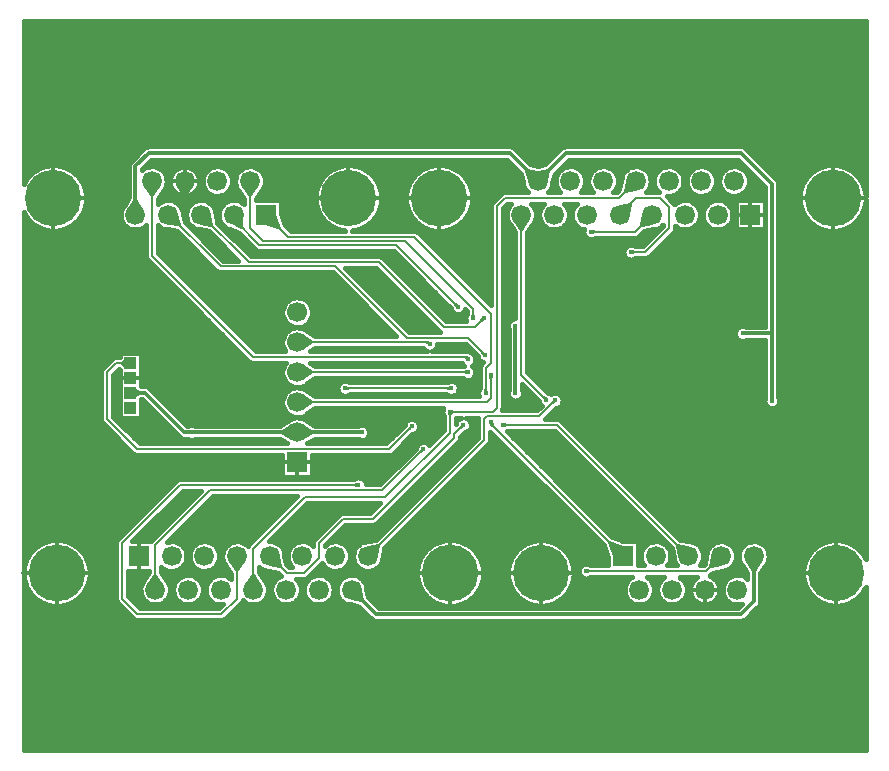
<source format=gbr>
G04 DipTrace 4.0.0.5*
G04 2 - Bottom.gbr*
%MOIN*%
G04 #@! TF.FileFunction,Copper,L2,Bot*
G04 #@! TF.Part,Single*
G04 #@! TA.AperFunction,Conductor*
%ADD15C,0.011811*%
%ADD16C,0.007874*%
G04 #@! TA.AperFunction,CopperBalancing*
%ADD17C,0.015748*%
%ADD18C,0.012992*%
G04 #@! TA.AperFunction,ComponentPad*
%ADD22R,0.03937X0.03937*%
%ADD23R,0.066535X0.066535*%
%ADD24C,0.066535*%
%ADD25C,0.188976*%
%ADD26C,0.187402*%
%ADD27R,0.066929X0.066929*%
%ADD28C,0.066929*%
G04 #@! TA.AperFunction,ViaPad*
%ADD39C,0.017717*%
%FSLAX26Y26*%
G04*
G70*
G90*
G75*
G01*
G04 Bottom*
%LPD*%
G36*
X2061055Y1828299D2*
X2060760Y1836146D1*
Y1837032D1*
X2073161D1*
Y1836146D1*
X2072866Y1828299D1*
X2061055D1*
G37*
G36*
X2072866Y1632358D2*
X2073161Y1624511D1*
Y1623625D1*
X2060760D1*
Y1624511D1*
X2061055Y1632358D1*
X2072866D1*
G37*
X2066961Y1842472D2*
D15*
Y1618185D1*
G36*
X1286399Y1493357D2*
X1316044Y1510877D1*
X1319390D1*
Y1464026D1*
X1316044D1*
X1286399Y1481546D1*
Y1493357D1*
G37*
G36*
X815188Y1613189D2*
X803377Y1605315D1*
X801408D1*
Y1632874D1*
X803377D1*
X815188Y1625000D1*
Y1613189D1*
G37*
G36*
X1001000Y1481546D2*
X993153Y1481251D1*
X990987D1*
Y1493652D1*
X993153D1*
X1001000Y1493357D1*
Y1481546D1*
G37*
G36*
X972654Y1493357D2*
X980501Y1493652D1*
X982666D1*
Y1481251D1*
X980501D1*
X972654Y1481546D1*
Y1493357D1*
G37*
X1339942Y1487451D2*
D15*
X986827D1*
X962450D1*
X830807Y1619094D1*
X783692D1*
G36*
X1541366Y1493358D2*
X1549213Y1493654D1*
X1550099D1*
Y1481252D1*
X1549213D1*
X1541366Y1481547D1*
Y1493358D1*
G37*
G36*
X1393486Y1481546D2*
X1363841Y1464026D1*
X1360494D1*
Y1510877D1*
X1363841D1*
X1393486Y1493357D1*
Y1481546D1*
G37*
X1555539Y1487453D2*
D15*
X1339942Y1487451D1*
G36*
X806496Y2266024D2*
X823878Y2236552D1*
Y2233226D1*
X777303D1*
Y2236552D1*
X794685Y2266024D1*
X806496D1*
G37*
G36*
X2108073Y2366420D2*
X2141202Y2357873D1*
X2143555Y2355520D1*
X2110622Y2322587D1*
X2108269Y2324940D1*
X2099722Y2358068D1*
X2108073Y2366420D1*
G37*
X800591Y2212795D2*
D15*
Y2374997D1*
X844294Y2418701D1*
X2047441D1*
X2141535Y2324606D1*
G36*
X2855906Y1021378D2*
X2838524Y1050849D1*
Y1054176D1*
X2885098D1*
Y1050849D1*
X2867717Y1021378D1*
X2855906D1*
G37*
G36*
X1554328Y920982D2*
X1521199Y929529D1*
X1518846Y931882D1*
X1551780Y964815D1*
X1554133Y962462D1*
X1562680Y929333D1*
X1554328Y920982D1*
G37*
X2861811Y1074606D2*
D15*
Y924310D1*
X2818702Y881201D1*
X1602461D1*
X1520866Y962795D1*
G36*
X2927504Y1606409D2*
X2928169Y1598881D1*
X2928214Y1597995D1*
X2915827Y1597398D1*
X2915782Y1598282D1*
X2915693Y1606409D1*
X2927504D1*
G37*
G36*
X2838654Y1811122D2*
X2830806Y1810827D1*
X2828640D1*
Y1823228D1*
X2830806D1*
X2838654Y1822933D1*
Y1811122D1*
G37*
X2824480Y1817028D2*
D15*
X2921598D1*
Y1592262D1*
X2922281D1*
G36*
X2183349Y2358068D2*
X2174802Y2324940D1*
X2172449Y2322587D1*
X2139516Y2355520D1*
X2141869Y2357873D1*
X2174997Y2366420D1*
X2183349Y2358068D1*
G37*
X2141535Y2324606D2*
D15*
X2235630Y2418701D1*
X2818701D1*
X2921598Y2315803D1*
Y1817028D1*
G36*
X958268Y2271378D2*
X940886Y2300848D1*
Y2304175D1*
X987461D1*
Y2300848D1*
X970079Y2271378D1*
X958268D1*
G37*
G36*
X1027218Y2143536D2*
X1031995Y2144429D1*
X1032874Y2144536D1*
X1031245Y2132242D1*
X1030366Y2132135D1*
X1023438Y2131743D1*
X1027218Y2143536D1*
G37*
X964173Y2324606D2*
D15*
Y2198230D1*
X1024951Y2137451D1*
X1037451D1*
G36*
X1708682Y1499604D2*
X1712630Y1506754D1*
X1713257Y1507380D1*
X1722026Y1498611D1*
X1721400Y1497985D1*
X1714250Y1494037D1*
X1708682Y1499604D1*
G37*
G36*
X752196Y1721457D2*
X764007Y1731299D1*
X765975D1*
Y1703740D1*
X764007D1*
X752196Y1713583D1*
Y1721457D1*
G37*
X1721488Y1506843D2*
D16*
X1645406Y1430760D1*
X806642D1*
X706201Y1531201D1*
Y1687450D1*
X736270Y1717520D1*
X783692D1*
G36*
X2163070Y1608231D2*
X2170218Y1604283D1*
X2170845Y1603656D1*
X2162076Y1594887D1*
X2161449Y1595514D1*
X2157501Y1602663D1*
X2163070Y1608231D1*
G37*
G36*
X2083071Y2159567D2*
X2063720Y2189038D1*
Y2192365D1*
X2110295D1*
Y2189038D1*
X2090945Y2159567D1*
X2083071D1*
G37*
X2170307Y1595425D2*
D16*
X2087008Y1678724D1*
Y2212795D1*
G36*
X1512748Y1629874D2*
X1504900Y1627610D1*
X1504014D1*
Y1640012D1*
X1504900D1*
X1512748Y1637748D1*
Y1629874D1*
G37*
G36*
X1839205Y1637748D2*
X1847052Y1640012D1*
X1847938D1*
Y1627610D1*
X1847052D1*
X1839205Y1629874D1*
Y1637748D1*
G37*
X1498575Y1633811D2*
D16*
X1853378D1*
G36*
X2454596Y2247650D2*
X2447440Y2213129D1*
X2445087Y2210776D1*
X2412154Y2243709D1*
X2414507Y2246062D1*
X2449028Y2253218D1*
X2454596Y2247650D1*
G37*
G36*
X2465890Y2084291D2*
X2458042Y2082028D1*
X2454715D1*
Y2094429D1*
X2458042D1*
X2465890Y2092165D1*
Y2084291D1*
G37*
X2451717Y2088228D2*
D16*
X2500727D1*
X2579459Y2166961D1*
Y2239192D1*
X2549950Y2268701D1*
X2470079D1*
X2414173Y2212795D1*
G36*
X2332874Y2152264D2*
X2325026Y2150000D1*
X2324140D1*
Y2162402D1*
X2325026D1*
X2332874Y2160138D1*
Y2152264D1*
G37*
G36*
X2482806Y2177941D2*
X2489962Y2212463D1*
X2492315Y2214815D1*
X2525248Y2181882D1*
X2522895Y2179529D1*
X2488374Y2172373D1*
X2482806Y2177941D1*
G37*
X2318701Y2156201D2*
D16*
X2466634D1*
X2523228Y2212795D1*
G36*
X2187144Y1586463D2*
X2191092Y1593612D1*
X2191719Y1594239D1*
X2200488Y1585470D1*
X2199861Y1584843D1*
X2192713Y1580895D1*
X2187144Y1586463D1*
G37*
G36*
X1615816Y1109461D2*
X1608660Y1074938D1*
X1606307Y1072587D1*
X1573374Y1105520D1*
X1575727Y1107873D1*
X1610248Y1115029D1*
X1615816Y1109461D1*
G37*
X2199950Y1593701D2*
D16*
X2146682Y1540433D1*
X1971682D1*
X1962450Y1531201D1*
Y1461663D1*
X1575394Y1074606D1*
G36*
X1880895Y1505214D2*
X1884843Y1512362D1*
X1885470Y1512990D1*
X1894239Y1504220D1*
X1893612Y1503593D1*
X1886463Y1499646D1*
X1880895Y1505214D1*
G37*
G36*
X1283083Y1034184D2*
X1248562Y1041340D1*
X1246209Y1043693D1*
X1279142Y1076626D1*
X1281495Y1074273D1*
X1288651Y1039752D1*
X1283083Y1034184D1*
G37*
X1893701Y1512451D2*
D16*
X1862236Y1480987D1*
Y1469669D1*
X1591189Y1198622D1*
X1492371D1*
X1412450Y1118701D1*
Y1068699D1*
X1362451Y1018701D1*
X1304134D1*
X1248228Y1074606D1*
G36*
X1529528Y1316388D2*
X1537375Y1318652D1*
X1538261D1*
Y1306251D1*
X1537375D1*
X1529528Y1308514D1*
Y1316388D1*
G37*
G36*
X1135236Y1021378D2*
X1115886Y1050848D1*
Y1054175D1*
X1162461D1*
Y1050848D1*
X1143110Y1021378D1*
X1135236D1*
G37*
X1543701Y1312451D2*
D16*
X949951D1*
X755118Y1117618D1*
Y933270D1*
X807188Y881201D1*
X1087102D1*
X1139173Y933272D1*
Y1074606D1*
G36*
X1747068Y1423522D2*
X1751016Y1430671D1*
X1751643Y1431298D1*
X1760412Y1422529D1*
X1759785Y1421902D1*
X1752636Y1417954D1*
X1747068Y1423522D1*
G37*
G36*
X870472Y1016024D2*
X889823Y986552D1*
Y983226D1*
X843248D1*
Y986552D1*
X862598Y1016024D1*
X870472D1*
G37*
X1759874Y1430760D2*
D16*
X1622815Y1293701D1*
X1049951D1*
X866535Y1110285D1*
Y962795D1*
G36*
X1197638Y1016024D2*
X1216988Y986552D1*
Y983226D1*
X1170413D1*
Y986552D1*
X1189764Y1016024D1*
X1197638D1*
G37*
G36*
X1844520Y1541878D2*
X1842256Y1549726D1*
Y1550612D1*
X1854657D1*
Y1549726D1*
X1852394Y1541878D1*
X1844520D1*
G37*
X1193701Y962795D2*
D16*
Y1099950D1*
X1364912Y1271161D1*
X1633661D1*
X1848457Y1485957D1*
Y1556051D1*
G36*
X1862630Y1552114D2*
X1854782Y1549850D1*
X1853896D1*
Y1562252D1*
X1854782D1*
X1862630Y1559988D1*
Y1552114D1*
G37*
G36*
X2428278Y2289752D2*
X2435434Y2324274D1*
X2437787Y2326626D1*
X2470720Y2293693D1*
X2468367Y2291340D1*
X2433846Y2284184D1*
X2428278Y2289752D1*
G37*
X1848457Y1556051D2*
D16*
X1991173D1*
X2004953Y1569831D1*
Y2242126D1*
X2031528Y2268701D1*
X2412795D1*
X2468701Y2324606D1*
G36*
X1393486Y1783514D2*
X1363841Y1764026D1*
X1360495D1*
Y1810877D1*
X1363841D1*
X1393486Y1791388D1*
Y1783514D1*
G37*
G36*
X1775694Y1791318D2*
X1778576Y1789661D1*
X1779218Y1789051D1*
X1773332Y1778135D1*
X1772689Y1778745D1*
X1769609Y1783514D1*
X1775694Y1791318D1*
G37*
X1339942Y1787451D2*
D16*
X1774950D1*
X1781201Y1781201D1*
G36*
X1971488Y1631697D2*
X1973752Y1623849D1*
Y1622963D1*
X1961350D1*
Y1623849D1*
X1963614Y1631697D1*
X1971488D1*
G37*
G36*
X1281409Y2162630D2*
X1237148Y2179528D1*
X1234795Y2181879D1*
X1267726Y2214810D1*
X1270079Y2212458D1*
X1286976Y2168197D1*
X1281409Y2162630D1*
G37*
X1967551Y1617524D2*
D16*
Y1700618D1*
X1986252Y1719319D1*
Y1882398D1*
X1729063Y2139587D1*
X1310020D1*
X1236811Y2212795D1*
G36*
X1153446Y2165887D2*
X1121071Y2180206D1*
X1119304Y2183025D1*
X1158438Y2208280D1*
X1160205Y2205459D1*
X1159014Y2171455D1*
X1153446Y2165887D1*
G37*
G36*
X1868400Y1918525D2*
X1875549Y1914577D1*
X1876176Y1913950D1*
X1867407Y1905181D1*
X1866780Y1905808D1*
X1862832Y1912957D1*
X1868400Y1918525D1*
G37*
X1127756Y2212795D2*
D16*
Y2197146D1*
X1213358Y2111543D1*
X1669814D1*
X1875638Y1905719D1*
G36*
X1949646Y1861463D2*
X1953593Y1868612D1*
X1954220Y1869239D1*
X1962990Y1860470D1*
X1962362Y1859843D1*
X1955214Y1855895D1*
X1949646Y1861463D1*
G37*
G36*
X1053555Y2172373D2*
X1019034Y2179529D1*
X1016681Y2181882D1*
X1049614Y2214815D1*
X1051967Y2212462D1*
X1059123Y2177941D1*
X1053555Y2172373D1*
G37*
X1962451Y1868701D2*
D16*
X1931202Y1837451D1*
X1827919D1*
X1611429Y2053941D1*
X1177555D1*
X1018701Y2212795D1*
G36*
X1959329Y1756849D2*
X1966478Y1752902D1*
X1967105Y1752274D1*
X1958336Y1743505D1*
X1957709Y1744133D1*
X1953761Y1751281D1*
X1959329Y1756849D1*
G37*
G36*
X945697Y2173634D2*
X911064Y2179558D1*
X908633Y2181827D1*
X940472Y2215819D1*
X942904Y2213549D1*
X951265Y2179202D1*
X945697Y2173634D1*
G37*
X1966567Y1744043D2*
D16*
X1909378Y1801232D1*
X1704958D1*
X1466030Y2040160D1*
X1084739D1*
X909646Y2215253D1*
Y2212795D1*
G36*
X1928888Y1882874D2*
X1931152Y1875026D1*
Y1874140D1*
X1918751D1*
Y1875026D1*
X1921014Y1882874D1*
X1928888D1*
G37*
G36*
X1178346Y2271378D2*
X1158996Y2300848D1*
Y2304175D1*
X1205571D1*
Y2300848D1*
X1186220Y2271378D1*
X1178346D1*
G37*
X1924951Y1868701D2*
D16*
Y1899950D1*
X1699256Y2125646D1*
X1224256D1*
X1182283Y2167618D1*
Y2324606D1*
G36*
X1898361Y1741388D2*
X1907257Y1739335D1*
X1907958Y1738793D1*
X1901563Y1728167D1*
X1900862Y1728709D1*
X1898361Y1733514D1*
Y1741388D1*
G37*
G36*
X851181Y2271378D2*
X831831Y2300848D1*
Y2304175D1*
X878406D1*
Y2300848D1*
X859055Y2271378D1*
X851181D1*
G37*
X1909480Y1730760D2*
D16*
Y1737451D1*
X1193701D1*
X855118Y2076034D1*
Y2324606D1*
G36*
X1989136Y1505493D2*
X1983240Y1512354D1*
X1982921Y1513181D1*
X1994201Y1518333D1*
X1994521Y1517508D1*
X1994703Y1511060D1*
X1989136Y1505493D1*
G37*
G36*
X2380992Y1124772D2*
X2425253Y1107874D1*
X2427606Y1105522D1*
X2394676Y1072592D1*
X2392323Y1074944D1*
X2375425Y1119205D1*
X2380992Y1124772D1*
G37*
X1986252Y1520685D2*
D16*
Y1513945D1*
X2425591Y1074606D1*
G36*
X2039123Y1508514D2*
X2031276Y1506251D1*
X2030390D1*
Y1518652D1*
X2031276D1*
X2039123Y1516388D1*
Y1508514D1*
G37*
G36*
X2608846Y1115029D2*
X2643367Y1107873D1*
X2645720Y1105520D1*
X2612787Y1072587D1*
X2610434Y1074940D1*
X2603278Y1109461D1*
X2608846Y1115029D1*
G37*
X2024950Y1512451D2*
D16*
X2205856D1*
X2643701Y1074606D1*
G36*
X2316732Y1020673D2*
X2308885Y1018409D1*
X2307999D1*
Y1030811D1*
X2308885D1*
X2316732Y1028547D1*
Y1020673D1*
G37*
G36*
X2712333Y1039752D2*
X2719490Y1074274D1*
X2721843Y1076626D1*
X2754776Y1043693D1*
X2752423Y1041341D1*
X2717902Y1034184D1*
X2712333Y1039752D1*
G37*
X2302559Y1024610D2*
D16*
X2702760D1*
X2752756Y1074606D1*
G36*
X1393486Y1683514D2*
X1363841Y1664026D1*
X1360495D1*
Y1710877D1*
X1363841D1*
X1393486Y1691388D1*
Y1683514D1*
G37*
G36*
X1894323Y1691390D2*
X1902171Y1693654D1*
X1903056D1*
Y1681252D1*
X1902171D1*
X1894323Y1683516D1*
Y1691390D1*
G37*
X1339942Y1687451D2*
D16*
X1908496Y1687453D1*
G36*
X1982315Y1663315D2*
X1980051Y1671163D1*
Y1672049D1*
X1992453D1*
Y1671163D1*
X1990189Y1663315D1*
X1982315D1*
G37*
G36*
X1393486Y1583514D2*
X1363841Y1564026D1*
X1360495D1*
Y1610877D1*
X1363841D1*
X1393486Y1591388D1*
Y1583514D1*
G37*
X1986252Y1677488D2*
D16*
Y1601232D1*
X1972471Y1587451D1*
X1339942D1*
D39*
X986827Y1487451D3*
X2824480Y1817028D3*
X2451717Y2088228D3*
X443701Y443701D3*
X3218701D3*
X443701Y2843701D3*
X3218701D3*
X974950Y2012451D3*
X1443701D3*
X1224950Y1756201D3*
X1737451D3*
X912451Y2124951D3*
X1662451Y2056201D3*
X1799950Y1918701D3*
X1962451Y1962451D3*
X2062451Y2349950D3*
X1331201D3*
X1581201Y2006201D3*
X1756201Y1837451D3*
X1456201Y1612451D3*
X2124951Y1462451D3*
X2512451Y1156201D3*
X2418701Y1231201D3*
X1081201Y1268701D3*
X1306201Y1262451D3*
X1087451Y1118701D3*
X974950D3*
X1299950D3*
X1518701D3*
X1399950Y1249950D3*
X1681201D3*
X1918701Y1531201D3*
X2324950Y1249950D3*
X2237451Y1168701D3*
X1737451D3*
X1908161Y1376104D3*
X2112451Y1343701D3*
X2043701Y2074951D3*
Y1981201D3*
X2031201Y1574950D3*
Y1662451D3*
X2281201Y1518701D3*
X2656201Y1149950D3*
X2412451Y1587451D3*
X2856201Y1149951D3*
X2206201Y2087451D3*
X2893701D3*
X3206201Y1399950D3*
Y1887451D3*
X2387451Y2049950D3*
X737451Y1643701D3*
X1018701Y1456201D3*
X1224950D3*
X1456201Y1712451D3*
X1731201D3*
X1862451D3*
X1037451Y2137451D3*
X1106201Y2068701D3*
X1137451Y2137451D3*
X1381201Y2081201D3*
X1331201Y2174950D3*
X1968701D3*
X1862451Y1662451D3*
X1924950Y1612451D3*
X2243701Y1712451D3*
X2431201Y1674950D3*
X2731201Y1662450D3*
X2899950Y1893701D3*
X2887451Y1456201D3*
X1681201Y1612451D3*
X1599950Y1543701D3*
X1604199Y1841563D3*
X1578676Y1766450D3*
X1637451Y1462451D3*
X1549950Y1456201D3*
X1781201Y1493701D3*
X1737451Y1462451D3*
X1687451Y1512451D3*
X1456201Y1456201D3*
X1381201Y1537451D3*
X1499950Y1512451D3*
X1426625Y1763816D3*
X1456201Y1337451D3*
X1731201Y1999950D3*
X1649951Y1918701D3*
X1856201Y2093701D3*
X1937451Y1731201D3*
X1974950Y1406201D3*
Y1312451D3*
X1681201Y1656201D3*
X962451Y1268701D3*
X849950Y1156201D3*
X2118701Y1768701D3*
X1481201Y2081201D3*
X2637451Y1362451D3*
X2887451D3*
X2662451Y1587451D3*
X3040567Y1523307D3*
X2749951Y1587451D3*
X2418701Y999950D3*
Y937451D3*
X1299950Y1637451D3*
X1499950Y1606201D3*
Y1456201D3*
X1562451Y1406201D3*
X1687451D3*
X1785803Y1338630D3*
X837451Y1556201D3*
X856201Y1456201D3*
X2887451Y1587451D3*
X2516541Y2147324D3*
X2468701Y1737451D3*
X2631201D3*
X2749951Y1931201D3*
X2612451D3*
X593701Y2793701D3*
X793701D3*
X993701D3*
X1193701D3*
X1393701D3*
X1593701D3*
X1793701D3*
X1993701D3*
X2193701D3*
X2393701D3*
X2593701D3*
X2793701D3*
X2993701D3*
X3193701D3*
Y2593701D3*
Y2393701D3*
Y1993701D3*
Y1193701D3*
Y793701D3*
Y593701D3*
X2793701D3*
X2993701D3*
X2593701D3*
X2393701D3*
X2193701D3*
X1993701D3*
X1793701D3*
X1593701D3*
X1393701D3*
X1193701D3*
X993701D3*
X793701D3*
X593701D3*
Y793701D3*
Y1193701D3*
Y1393701D3*
Y1593701D3*
Y1793701D3*
Y1993701D3*
Y2393701D3*
Y2593701D3*
X1555539Y1487453D3*
X2066961Y1618185D3*
Y1842472D3*
X2922281Y1592262D3*
X2170307Y1595425D3*
X2199950Y1593701D3*
X1759874Y1430760D3*
X1848457Y1556051D3*
X1721488Y1506843D3*
X1781201Y1781201D3*
X1967551Y1617524D3*
X1875638Y1905719D3*
X1962451Y1868701D3*
X1966567Y1744043D3*
X1924951Y1868701D3*
X1909480Y1730760D3*
X1986252Y1520685D3*
X2024950Y1512451D3*
X2302559Y1024610D3*
X1908496Y1687453D3*
X1986252Y1677488D3*
X1853378Y1633811D3*
X1498575D3*
X2318701Y2156201D3*
X1893701Y1512451D3*
X1543701Y1312451D3*
X429142Y2844226D2*
D17*
X3233263D1*
X429142Y2828609D2*
X3233263D1*
X429142Y2812992D2*
X3233263D1*
X429142Y2797375D2*
X3233263D1*
X429142Y2781759D2*
X3233263D1*
X429142Y2766142D2*
X3233263D1*
X429142Y2750525D2*
X3233263D1*
X429142Y2734908D2*
X3233263D1*
X429142Y2719291D2*
X3233263D1*
X429142Y2703675D2*
X3233263D1*
X429142Y2688058D2*
X3233263D1*
X429142Y2672441D2*
X3233263D1*
X429142Y2656824D2*
X3233263D1*
X429142Y2641207D2*
X3233263D1*
X429142Y2625591D2*
X3233263D1*
X429142Y2609974D2*
X3233263D1*
X429142Y2594357D2*
X3233263D1*
X429142Y2578740D2*
X3233263D1*
X429142Y2563123D2*
X3233263D1*
X429142Y2547507D2*
X3233263D1*
X429142Y2531890D2*
X3233263D1*
X429142Y2516273D2*
X3233263D1*
X429142Y2500656D2*
X3233263D1*
X429142Y2485039D2*
X3233263D1*
X429142Y2469423D2*
X3233263D1*
X429142Y2453806D2*
X3233263D1*
X429142Y2438189D2*
X832688D1*
X2059047D2*
X2224036D1*
X2830301D2*
X3233263D1*
X429142Y2422572D2*
X815602D1*
X2076133D2*
X2206934D1*
X2847402D2*
X3233263D1*
X429142Y2406955D2*
X799977D1*
X2091758D2*
X2191309D1*
X2863012D2*
X3233263D1*
X429142Y2391339D2*
X784367D1*
X849494D2*
X2042241D1*
X2107368D2*
X2175700D1*
X2240842D2*
X2813495D1*
X2878637D2*
X3233263D1*
X429142Y2375722D2*
X501057D1*
X552496D2*
X777108D1*
X833884D2*
X1484909D1*
X1536348D2*
X1783721D1*
X1841881D2*
X2057851D1*
X2225217D2*
X2829105D1*
X2894247D2*
X3095529D1*
X3153689D2*
X3233263D1*
X429142Y2360105D2*
X464516D1*
X589021D2*
X777093D1*
X890879D2*
X928422D1*
X999931D2*
X1037474D1*
X1108983D2*
X1146526D1*
X1218035D2*
X1448384D1*
X1572888D2*
X1749134D1*
X1876453D2*
X2073461D1*
X2286348D2*
X2323891D1*
X2395400D2*
X2432943D1*
X2504452D2*
X2541995D1*
X2613504D2*
X2651063D1*
X2722572D2*
X2760115D1*
X2831624D2*
X2844730D1*
X2909872D2*
X3060942D1*
X3188277D2*
X3233263D1*
X429142Y2344488D2*
X445877D1*
X607676D2*
X777093D1*
X901782D2*
X917503D1*
X1010834D2*
X1026570D1*
X1119887D2*
X1135622D1*
X1228954D2*
X1429729D1*
X1591528D2*
X1730802D1*
X1894785D2*
X2085118D1*
X2297252D2*
X2312988D1*
X2406304D2*
X2422040D1*
X2515371D2*
X2531092D1*
X2624423D2*
X2640144D1*
X2733475D2*
X2749196D1*
X2842527D2*
X2860339D1*
X2925481D2*
X3042626D1*
X3206593D2*
X3233263D1*
X620086Y2328871D2*
X777093D1*
X1232952D2*
X1417318D1*
X1603939D2*
X1718545D1*
X1907042D2*
X2089147D1*
X2846541D2*
X2875964D1*
X2940768D2*
X3030353D1*
X3218865D2*
X3233263D1*
X628606Y2313255D2*
X777093D1*
X904643D2*
X914642D1*
X1013695D2*
X1023694D1*
X1122762D2*
X1132762D1*
X1231814D2*
X1408798D1*
X1612458D2*
X1710102D1*
X1915485D2*
X2092008D1*
X2191060D2*
X2201060D1*
X2300112D2*
X2310112D1*
X2518232D2*
X2528231D1*
X2627284D2*
X2637283D1*
X2736336D2*
X2746335D1*
X2845388D2*
X2891574D1*
X2945090D2*
X3021910D1*
X634174Y2297638D2*
X777093D1*
X897938D2*
X921348D1*
X1006990D2*
X1030415D1*
X1116042D2*
X1139467D1*
X1225109D2*
X1403231D1*
X1618026D2*
X1704581D1*
X1921006D2*
X2098713D1*
X2184355D2*
X2207765D1*
X2293407D2*
X2316832D1*
X2402459D2*
X2411951D1*
X2511527D2*
X2534936D1*
X2620579D2*
X2643988D1*
X2729631D2*
X2753040D1*
X2838683D2*
X2898110D1*
X2945090D2*
X3016389D1*
X637249Y2282021D2*
X777093D1*
X886773D2*
X937803D1*
X990550D2*
X1046855D1*
X1099602D2*
X1150632D1*
X1213944D2*
X1400155D1*
X1621101D2*
X1701521D1*
X1924066D2*
X2015067D1*
X2604123D2*
X2660444D1*
X2713175D2*
X2769496D1*
X2822243D2*
X2898110D1*
X2945090D2*
X3013344D1*
X638034Y2266404D2*
X774740D1*
X876638D2*
X1160767D1*
X1203809D2*
X1399371D1*
X1621886D2*
X1700752D1*
X1924851D2*
X1999442D1*
X2582039D2*
X2898110D1*
X2945090D2*
X3012560D1*
X636588Y2250787D2*
X765543D1*
X942598D2*
X985739D1*
X1051666D2*
X1094791D1*
X1287671D2*
X1400817D1*
X1620440D2*
X1702182D1*
X1923405D2*
X1985416D1*
X2665239D2*
X2708380D1*
X2774291D2*
X2799546D1*
X2945090D2*
X3013990D1*
X632805Y2235171D2*
X755117D1*
X955132D2*
X973221D1*
X1064184D2*
X1082273D1*
X1287671D2*
X1404600D1*
X1616672D2*
X1705935D1*
X1919653D2*
X1983432D1*
X2027782D2*
X2041534D1*
X2132482D2*
X2150586D1*
X2241549D2*
X2259638D1*
X2677757D2*
X2695862D1*
X2786825D2*
X2799546D1*
X2945090D2*
X3017743D1*
X626438Y2219554D2*
X750211D1*
X960038D2*
X968315D1*
X1069090D2*
X1077367D1*
X1287671D2*
X1410967D1*
X1610290D2*
X1712255D1*
X1913332D2*
X1983432D1*
X2026475D2*
X2036628D1*
X2137388D2*
X2145680D1*
X2246455D2*
X2254732D1*
X2682663D2*
X2690956D1*
X2945090D2*
X3024063D1*
X3225155D2*
X3233263D1*
X616903Y2203937D2*
X750534D1*
X1292038D2*
X1420502D1*
X1600755D2*
X1721698D1*
X1903905D2*
X1983432D1*
X2026475D2*
X2036951D1*
X2137065D2*
X2146018D1*
X2246117D2*
X2255070D1*
X2682340D2*
X2691294D1*
X2791392D2*
X2799546D1*
X2945090D2*
X3033506D1*
X3215713D2*
X3233263D1*
X429142Y2188320D2*
X450521D1*
X603016D2*
X756239D1*
X1074903D2*
X1083411D1*
X1298005D2*
X1434389D1*
X1586868D2*
X1735401D1*
X1890187D2*
X1983432D1*
X2026475D2*
X2042657D1*
X2131359D2*
X2151724D1*
X2240411D2*
X2260776D1*
X2676635D2*
X2697000D1*
X2785687D2*
X2799546D1*
X2945090D2*
X3047209D1*
X3202010D2*
X3233263D1*
X429142Y2172703D2*
X472083D1*
X581455D2*
X770357D1*
X1088575D2*
X1097529D1*
X1306694D2*
X1455935D1*
X1565322D2*
X1756501D1*
X1869087D2*
X1983432D1*
X2026475D2*
X2053714D1*
X2120302D2*
X2165842D1*
X2226293D2*
X2274894D1*
X2662517D2*
X2711117D1*
X2771569D2*
X2799546D1*
X2945090D2*
X3068309D1*
X3180910D2*
X3233263D1*
X429142Y2157087D2*
X833595D1*
X876638D2*
X938034D1*
X997593D2*
X1044625D1*
X1104200D2*
X1132193D1*
X1740211D2*
X1983432D1*
X2026475D2*
X2063972D1*
X2110044D2*
X2292272D1*
X2497301D2*
X2539796D1*
X2598371D2*
X2898110D1*
X2945090D2*
X3233263D1*
X429142Y2141470D2*
X833595D1*
X876638D2*
X953643D1*
X1013218D2*
X1060235D1*
X1119810D2*
X1153646D1*
X1756959D2*
X1983432D1*
X2026475D2*
X2065479D1*
X2108537D2*
X2297086D1*
X2481661D2*
X2524186D1*
X2583746D2*
X2898110D1*
X2945090D2*
X3233263D1*
X429142Y2125853D2*
X833595D1*
X876638D2*
X969268D1*
X1028828D2*
X1075860D1*
X1135435D2*
X1169271D1*
X1772584D2*
X1983432D1*
X2026475D2*
X2065479D1*
X2108537D2*
X2508561D1*
X2568136D2*
X2898110D1*
X2945090D2*
X3233263D1*
X429142Y2110236D2*
X833595D1*
X876638D2*
X984878D1*
X1044453D2*
X1091469D1*
X1151044D2*
X1184881D1*
X1788194D2*
X1983432D1*
X2026475D2*
X2065479D1*
X2108537D2*
X2438557D1*
X2464867D2*
X2492952D1*
X2552527D2*
X2898110D1*
X2945090D2*
X3233263D1*
X429142Y2094619D2*
X833595D1*
X876638D2*
X1000488D1*
X1060062D2*
X1107094D1*
X1166654D2*
X1201229D1*
X1803819D2*
X1983432D1*
X2026475D2*
X2065479D1*
X2108537D2*
X2426115D1*
X2536902D2*
X2898110D1*
X2945090D2*
X3233263D1*
X429142Y2079003D2*
X833595D1*
X881928D2*
X1016113D1*
X1075687D2*
X1122704D1*
X1182279D2*
X1672562D1*
X1819428D2*
X1983432D1*
X2026475D2*
X2065479D1*
X2108537D2*
X2427053D1*
X2521292D2*
X2898110D1*
X2945090D2*
X3233263D1*
X429142Y2063386D2*
X838117D1*
X897553D2*
X1031722D1*
X1091297D2*
X1138329D1*
X1631774D2*
X1688187D1*
X1835053D2*
X1983432D1*
X2026475D2*
X2065479D1*
X2108537D2*
X2448999D1*
X2454430D2*
X2898110D1*
X2945090D2*
X3233263D1*
X429142Y2047769D2*
X853603D1*
X913163D2*
X1047347D1*
X1647384D2*
X1703797D1*
X1850663D2*
X1983432D1*
X2026475D2*
X2065479D1*
X2108537D2*
X2898110D1*
X2945090D2*
X3233263D1*
X429142Y2032152D2*
X869213D1*
X928788D2*
X1062957D1*
X1503822D2*
X1603434D1*
X1663009D2*
X1719422D1*
X1866288D2*
X1983432D1*
X2026475D2*
X2065479D1*
X2108537D2*
X2898110D1*
X2945090D2*
X3233263D1*
X429142Y2016535D2*
X884838D1*
X944397D2*
X1459872D1*
X1519447D2*
X1619044D1*
X1678619D2*
X1735032D1*
X1881897D2*
X1983432D1*
X2026475D2*
X2065479D1*
X2108537D2*
X2898110D1*
X2945090D2*
X3233263D1*
X429142Y2000919D2*
X900448D1*
X960022D2*
X1475481D1*
X1535056D2*
X1634669D1*
X1694244D2*
X1750657D1*
X1897522D2*
X1983432D1*
X2026475D2*
X2065479D1*
X2108537D2*
X2898110D1*
X2945090D2*
X3233263D1*
X429142Y1985302D2*
X916073D1*
X975632D2*
X1491106D1*
X1550666D2*
X1650278D1*
X1709853D2*
X1766266D1*
X1913132D2*
X1983432D1*
X2026475D2*
X2065479D1*
X2108537D2*
X2898110D1*
X2945090D2*
X3233263D1*
X429142Y1969685D2*
X931682D1*
X991257D2*
X1506716D1*
X1566291D2*
X1665903D1*
X1725463D2*
X1781891D1*
X1928757D2*
X1983432D1*
X2026475D2*
X2065479D1*
X2108537D2*
X2898110D1*
X2945090D2*
X3233263D1*
X429142Y1954068D2*
X947292D1*
X1006867D2*
X1522341D1*
X1581901D2*
X1681513D1*
X1741088D2*
X1797501D1*
X1944367D2*
X1983432D1*
X2026475D2*
X2065479D1*
X2108537D2*
X2898110D1*
X2945090D2*
X3233263D1*
X429142Y1938451D2*
X962917D1*
X1022492D2*
X1537951D1*
X1597526D2*
X1697138D1*
X1756698D2*
X1813126D1*
X1959976D2*
X1983432D1*
X2026475D2*
X2065479D1*
X2108537D2*
X2898110D1*
X2945090D2*
X3233263D1*
X429142Y1922835D2*
X978526D1*
X1038101D2*
X1303791D1*
X1376100D2*
X1553576D1*
X1613135D2*
X1712748D1*
X1772323D2*
X1828736D1*
X2026475D2*
X2065479D1*
X2108537D2*
X2898110D1*
X2945090D2*
X3233263D1*
X429142Y1907218D2*
X994151D1*
X1053726D2*
X1293010D1*
X1386865D2*
X1569185D1*
X1628760D2*
X1728373D1*
X1787932D2*
X1844361D1*
X2026475D2*
X2065479D1*
X2108537D2*
X2898110D1*
X2945090D2*
X3233263D1*
X429142Y1891601D2*
X1009761D1*
X1069336D2*
X1289073D1*
X1390817D2*
X1584810D1*
X1644370D2*
X1743982D1*
X1803557D2*
X1853588D1*
X2026475D2*
X2065479D1*
X2108537D2*
X2898110D1*
X2945090D2*
X3233263D1*
X429142Y1875984D2*
X1025386D1*
X1084946D2*
X1290242D1*
X1389648D2*
X1600420D1*
X1659995D2*
X1759607D1*
X1819167D2*
X1899602D1*
X2026475D2*
X2065479D1*
X2108537D2*
X2898110D1*
X2945090D2*
X3233263D1*
X429142Y1860367D2*
X1040996D1*
X1100571D2*
X1296963D1*
X1382928D2*
X1616045D1*
X1675604D2*
X1775217D1*
X1834792D2*
X1899940D1*
X2026475D2*
X2048116D1*
X2108537D2*
X2898110D1*
X2945090D2*
X3233263D1*
X429142Y1844751D2*
X1056621D1*
X1116180D2*
X1313372D1*
X1366503D2*
X1631654D1*
X1691229D2*
X1790842D1*
X2026475D2*
X2040627D1*
X2108537D2*
X2898110D1*
X2945090D2*
X3233263D1*
X429142Y1829134D2*
X1072230D1*
X1131805D2*
X1311711D1*
X1368164D2*
X1647264D1*
X1706839D2*
X1806451D1*
X2026475D2*
X2043426D1*
X2108537D2*
X2801176D1*
X2945090D2*
X3233263D1*
X429142Y1813517D2*
X1087855D1*
X1147415D2*
X1296317D1*
X1390540D2*
X1662889D1*
X2026475D2*
X2043472D1*
X2108537D2*
X2798285D1*
X2945090D2*
X3233263D1*
X429142Y1797900D2*
X1103465D1*
X1163040D2*
X1290011D1*
X2026475D2*
X2043472D1*
X2108537D2*
X2807005D1*
X2945090D2*
X3233263D1*
X429142Y1782283D2*
X1119090D1*
X1178649D2*
X1289166D1*
X2026475D2*
X2043472D1*
X2108537D2*
X2898110D1*
X2945090D2*
X3233263D1*
X429142Y1766667D2*
X1134699D1*
X1194274D2*
X1293472D1*
X1398584D2*
X1759453D1*
X1802957D2*
X1914166D1*
X2026475D2*
X2043472D1*
X2108537D2*
X2898110D1*
X2945090D2*
X3233263D1*
X429142Y1751050D2*
X746427D1*
X820966D2*
X1150324D1*
X2026475D2*
X2043472D1*
X2108537D2*
X2898110D1*
X2945090D2*
X3233263D1*
X429142Y1735433D2*
X725912D1*
X820966D2*
X1165934D1*
X2026475D2*
X2043472D1*
X2108537D2*
X2898110D1*
X2945090D2*
X3233263D1*
X429142Y1719816D2*
X708780D1*
X820966D2*
X1182805D1*
X1933386D2*
X1956965D1*
X2026475D2*
X2043472D1*
X2108537D2*
X2898110D1*
X2945090D2*
X3233263D1*
X429142Y1704199D2*
X693170D1*
X820966D2*
X1291811D1*
X1928449D2*
X1946354D1*
X2026475D2*
X2043472D1*
X2108537D2*
X2898110D1*
X2945090D2*
X3233263D1*
X429142Y1688583D2*
X684712D1*
X737120D2*
X746427D1*
X820966D2*
X1288904D1*
X1934909D2*
X1946031D1*
X2026475D2*
X2043472D1*
X2108537D2*
X2898110D1*
X2945090D2*
X3233263D1*
X429142Y1672966D2*
X684681D1*
X727724D2*
X746427D1*
X820966D2*
X1291057D1*
X1930280D2*
X1946031D1*
X2026475D2*
X2043472D1*
X2122547D2*
X2898110D1*
X2945090D2*
X3233263D1*
X429142Y1657349D2*
X684681D1*
X727724D2*
X746427D1*
X820966D2*
X1299100D1*
X1384404D2*
X1488969D1*
X1508174D2*
X1843776D1*
X1862981D2*
X1946031D1*
X2026475D2*
X2043472D1*
X2138172D2*
X2898110D1*
X2945090D2*
X3233263D1*
X429142Y1641732D2*
X684681D1*
X727724D2*
X746427D1*
X820966D2*
X1319462D1*
X1360428D2*
X1473421D1*
X1878529D2*
X1946031D1*
X2026475D2*
X2043472D1*
X2153782D2*
X2898110D1*
X2945090D2*
X3233263D1*
X429142Y1626115D2*
X684681D1*
X727724D2*
X746427D1*
X856353D2*
X1307497D1*
X1372393D2*
X1473359D1*
X1878606D2*
X1942632D1*
X2026475D2*
X2041811D1*
X2092112D2*
X2109832D1*
X2169407D2*
X2898110D1*
X2945090D2*
X3233263D1*
X429142Y1610499D2*
X684681D1*
X727724D2*
X746427D1*
X871978D2*
X1294594D1*
X1395139D2*
X1488338D1*
X1508804D2*
X1843146D1*
X1863612D2*
X1942124D1*
X2026475D2*
X2041734D1*
X2092189D2*
X2125441D1*
X2219865D2*
X2898110D1*
X2945090D2*
X3233263D1*
X429142Y1594882D2*
X684681D1*
X727724D2*
X746427D1*
X887588D2*
X1289458D1*
X2026475D2*
X2056698D1*
X2077225D2*
X2141066D1*
X2226370D2*
X2895972D1*
X2948581D2*
X3233263D1*
X429142Y1579265D2*
X684681D1*
X727724D2*
X746427D1*
X820966D2*
X838071D1*
X903213D2*
X1289581D1*
X2026475D2*
X2149832D1*
X2221772D2*
X2899509D1*
X2945059D2*
X3233263D1*
X429142Y1563648D2*
X684681D1*
X727724D2*
X746427D1*
X820966D2*
X853680D1*
X918822D2*
X1294994D1*
X1393985D2*
X1823199D1*
X2025491D2*
X2140113D1*
X2199688D2*
X3233263D1*
X429142Y1548031D2*
X684681D1*
X727724D2*
X746427D1*
X820966D2*
X869305D1*
X934432D2*
X1308466D1*
X1371409D2*
X1823338D1*
X2184063D2*
X3233263D1*
X429142Y1532415D2*
X684681D1*
X734767D2*
X884915D1*
X950057D2*
X1317724D1*
X1362166D2*
X1826936D1*
X1910102D2*
X1940971D1*
X2168453D2*
X3233263D1*
X429142Y1516798D2*
X690817D1*
X750392D2*
X900540D1*
X965667D2*
X1293026D1*
X1386865D2*
X1697123D1*
X1745855D2*
X1826936D1*
X1919760D2*
X1940925D1*
X2231292D2*
X3233263D1*
X429142Y1501181D2*
X706442D1*
X766002D2*
X916149D1*
X1577856D2*
X1686034D1*
X1747286D2*
X1826936D1*
X1917438D2*
X1940925D1*
X2246917D2*
X3233263D1*
X429142Y1485564D2*
X722052D1*
X781627D2*
X931774D1*
X1581916D2*
X1670425D1*
X1735936D2*
X1818278D1*
X1896600D2*
X1940925D1*
X2044422D2*
X2202951D1*
X2262526D2*
X3233263D1*
X429142Y1469948D2*
X737661D1*
X797236D2*
X947692D1*
X1574780D2*
X1654815D1*
X1714375D2*
X1802668D1*
X1883758D2*
X1940925D1*
X1983967D2*
X2000472D1*
X2060032D2*
X2218576D1*
X2278151D2*
X3233263D1*
X429142Y1454331D2*
X753286D1*
X812861D2*
X1299408D1*
X1380483D2*
X1639190D1*
X1698765D2*
X1750364D1*
X1769385D2*
X1787043D1*
X1876684D2*
X1925331D1*
X1982583D2*
X2016082D1*
X2075657D2*
X2234186D1*
X2293761D2*
X3233263D1*
X429142Y1438714D2*
X768896D1*
X1683140D2*
X1734739D1*
X1861059D2*
X1909721D1*
X1969281D2*
X2031691D1*
X2091266D2*
X2249811D1*
X2309386D2*
X3233263D1*
X429142Y1423097D2*
X784521D1*
X1667530D2*
X1722421D1*
X1845449D2*
X1894096D1*
X1953671D2*
X2047316D1*
X2106891D2*
X2265420D1*
X2324995D2*
X3233263D1*
X429142Y1407480D2*
X1288889D1*
X1390986D2*
X1706811D1*
X1829840D2*
X1878486D1*
X1938046D2*
X2062926D1*
X2122501D2*
X2281045D1*
X2340605D2*
X3233263D1*
X429142Y1391864D2*
X1288889D1*
X1390986D2*
X1691186D1*
X1814215D2*
X1862861D1*
X1922436D2*
X2078551D1*
X2138111D2*
X2296655D1*
X2356230D2*
X3233263D1*
X429142Y1376247D2*
X1288889D1*
X1390986D2*
X1675577D1*
X1798605D2*
X1847252D1*
X1906827D2*
X2094161D1*
X2153736D2*
X2312280D1*
X2371840D2*
X3233263D1*
X429142Y1360630D2*
X1288889D1*
X1390986D2*
X1659952D1*
X1782980D2*
X1831627D1*
X1891202D2*
X2109786D1*
X2169345D2*
X2327890D1*
X2387465D2*
X3233263D1*
X429142Y1345013D2*
X1288889D1*
X1390986D2*
X1644342D1*
X1767371D2*
X1816017D1*
X1875592D2*
X2125395D1*
X2184970D2*
X2343515D1*
X2403074D2*
X3233263D1*
X429142Y1329396D2*
X937849D1*
X1563477D2*
X1628732D1*
X1751746D2*
X1800392D1*
X1859967D2*
X2141020D1*
X2200580D2*
X2359124D1*
X2418699D2*
X3233263D1*
X429142Y1313780D2*
X921501D1*
X1570105D2*
X1613107D1*
X1736136D2*
X1784783D1*
X1844357D2*
X2156630D1*
X2216205D2*
X2374749D1*
X2434309D2*
X3233263D1*
X429142Y1298163D2*
X905876D1*
X1720511D2*
X1769158D1*
X1828732D2*
X2172255D1*
X2231814D2*
X2390359D1*
X2449934D2*
X3233263D1*
X429142Y1282546D2*
X890267D1*
X949826D2*
X1009007D1*
X1704901D2*
X1753548D1*
X1813123D2*
X2187864D1*
X2247439D2*
X2405969D1*
X2465543D2*
X3233263D1*
X429142Y1266929D2*
X874642D1*
X934217D2*
X993398D1*
X1052957D2*
X1330889D1*
X1689276D2*
X1737938D1*
X1797498D2*
X2203489D1*
X2263049D2*
X2421594D1*
X2481168D2*
X3233263D1*
X429142Y1251312D2*
X859032D1*
X918592D2*
X977773D1*
X1037348D2*
X1315279D1*
X1673667D2*
X1722313D1*
X1781888D2*
X2219099D1*
X2278674D2*
X2437203D1*
X2496778D2*
X3233263D1*
X429142Y1235696D2*
X843407D1*
X902982D2*
X962163D1*
X1021738D2*
X1299654D1*
X1359229D2*
X1598482D1*
X1658042D2*
X1706704D1*
X1766263D2*
X2234724D1*
X2294284D2*
X2452828D1*
X2512403D2*
X3233263D1*
X429142Y1220079D2*
X827797D1*
X887357D2*
X946538D1*
X1006113D2*
X1284044D1*
X1343619D2*
X1582857D1*
X1642432D2*
X1691079D1*
X1750654D2*
X2250334D1*
X2309909D2*
X2468438D1*
X2528013D2*
X3233263D1*
X429142Y1204462D2*
X812172D1*
X871747D2*
X930929D1*
X990504D2*
X1268435D1*
X1327994D2*
X1468422D1*
X1626807D2*
X1675469D1*
X1735029D2*
X2265943D1*
X2325518D2*
X2484063D1*
X2543638D2*
X3233263D1*
X429142Y1188845D2*
X796563D1*
X856138D2*
X915304D1*
X974879D2*
X1252810D1*
X1312385D2*
X1452813D1*
X1611197D2*
X1659844D1*
X1719419D2*
X2281568D1*
X2341143D2*
X2499672D1*
X2559247D2*
X3233263D1*
X429142Y1173228D2*
X780938D1*
X840513D2*
X899694D1*
X959269D2*
X1237200D1*
X1296760D2*
X1437188D1*
X1496763D2*
X1644234D1*
X1703794D2*
X2297178D1*
X2356753D2*
X2515297D1*
X2574857D2*
X3233263D1*
X429142Y1157612D2*
X765328D1*
X824903D2*
X884084D1*
X943644D2*
X1221575D1*
X1281150D2*
X1421578D1*
X1481153D2*
X1628609D1*
X1688184D2*
X2312803D1*
X2372363D2*
X2530907D1*
X2590482D2*
X3233263D1*
X429142Y1141995D2*
X749703D1*
X809278D2*
X868459D1*
X928034D2*
X1205965D1*
X1265525D2*
X1405953D1*
X1465528D2*
X1613000D1*
X1672575D2*
X2328413D1*
X2387988D2*
X2546532D1*
X2606092D2*
X3233263D1*
X429142Y1126378D2*
X511407D1*
X564184D2*
X735616D1*
X793668D2*
X852850D1*
X912409D2*
X1190340D1*
X1249915D2*
X1392466D1*
X1449918D2*
X1584549D1*
X1656950D2*
X1823215D1*
X1875992D2*
X2129163D1*
X2174374D2*
X2344038D1*
X2423251D2*
X2562142D1*
X2634543D2*
X3113031D1*
X3158242D2*
X3233263D1*
X429142Y1110761D2*
X475112D1*
X600478D2*
X733601D1*
X956116D2*
X995059D1*
X1065184D2*
X1104111D1*
X1283288D2*
X1322230D1*
X1501392D2*
X1540334D1*
X1641340D2*
X1786920D1*
X1912302D2*
X2090516D1*
X2213021D2*
X2359647D1*
X2476447D2*
X2499580D1*
X2569705D2*
X2577767D1*
X2678757D2*
X2717700D1*
X2787809D2*
X2826752D1*
X2896877D2*
X3074383D1*
X3196889D2*
X3233263D1*
X429142Y1095144D2*
X456427D1*
X619164D2*
X733601D1*
X967435D2*
X983755D1*
X1076487D2*
X1092807D1*
X1294591D2*
X1310911D1*
X1512711D2*
X1529031D1*
X1630775D2*
X1768235D1*
X1930972D2*
X2071507D1*
X2232045D2*
X2365891D1*
X2476447D2*
X2488277D1*
X2690076D2*
X2706381D1*
X2799128D2*
X2815448D1*
X2908180D2*
X3055360D1*
X3215897D2*
X3233263D1*
X429142Y1079528D2*
X443970D1*
X631621D2*
X733601D1*
X1627530D2*
X1755778D1*
X1943429D2*
X2058897D1*
X2244656D2*
X2371858D1*
X2912425D2*
X3042749D1*
X640202Y1063911D2*
X733601D1*
X970742D2*
X980433D1*
X1079794D2*
X1089501D1*
X1516017D2*
X1525709D1*
X1625069D2*
X1747212D1*
X1952010D2*
X2050238D1*
X2253314D2*
X2374734D1*
X2476447D2*
X2484970D1*
X2584330D2*
X2594022D1*
X2802434D2*
X2812126D1*
X2911487D2*
X3034090D1*
X645831Y1048294D2*
X733601D1*
X964298D2*
X986877D1*
X1073365D2*
X1095929D1*
X1304803D2*
X1314049D1*
X1509573D2*
X1532153D1*
X1618641D2*
X1741568D1*
X1957639D2*
X2044548D1*
X2258989D2*
X2293395D1*
X2311723D2*
X2374734D1*
X2476447D2*
X2491399D1*
X2577887D2*
X2600466D1*
X2686939D2*
X2696184D1*
X2795991D2*
X2818570D1*
X2905058D2*
X3028416D1*
X648983Y1032677D2*
X733601D1*
X948534D2*
X1002656D1*
X1057586D2*
X1107094D1*
X1406212D2*
X1438879D1*
X1493810D2*
X1547932D1*
X1602862D2*
X1738415D1*
X1960791D2*
X2041380D1*
X2262157D2*
X2277462D1*
X2780227D2*
X2829074D1*
X2894539D2*
X3025232D1*
X649860Y1017060D2*
X733601D1*
X776644D2*
X842546D1*
X890525D2*
X1117337D1*
X1217681D2*
X1275986D1*
X1390602D2*
X1737538D1*
X1961668D2*
X2040504D1*
X2263049D2*
X2277293D1*
X2725002D2*
X2838286D1*
X2885327D2*
X3024356D1*
X648507Y1001444D2*
X733601D1*
X776644D2*
X832303D1*
X900767D2*
X943447D1*
X1007743D2*
X1052499D1*
X1227939D2*
X1270603D1*
X1443951D2*
X1488723D1*
X1553019D2*
X1738892D1*
X1960330D2*
X2041857D1*
X2261696D2*
X2291949D1*
X2313169D2*
X2447968D1*
X2512265D2*
X2557020D1*
X2621317D2*
X2666088D1*
X2730369D2*
X2775140D1*
X2885296D2*
X3025709D1*
X644862Y985827D2*
X733601D1*
X776644D2*
X821400D1*
X911671D2*
X930452D1*
X1020723D2*
X1039504D1*
X1238843D2*
X1257623D1*
X1347895D2*
X1366675D1*
X1456947D2*
X1475727D1*
X1565999D2*
X1742537D1*
X1956670D2*
X2045532D1*
X2258020D2*
X2434973D1*
X2525260D2*
X2544041D1*
X2634312D2*
X2653093D1*
X2743364D2*
X2762145D1*
X2885296D2*
X3029385D1*
X638664Y970210D2*
X733601D1*
X776644D2*
X816248D1*
X916823D2*
X925300D1*
X1025875D2*
X1034352D1*
X1243995D2*
X1252471D1*
X1353047D2*
X1361523D1*
X1462099D2*
X1470575D1*
X1571151D2*
X1748734D1*
X1950472D2*
X2051776D1*
X2251761D2*
X2429821D1*
X2530412D2*
X2538889D1*
X2639464D2*
X2647941D1*
X2748516D2*
X2756993D1*
X2885296D2*
X3035644D1*
X429142Y954593D2*
X446215D1*
X629375D2*
X733601D1*
X776644D2*
X816371D1*
X916700D2*
X925423D1*
X1025752D2*
X1034475D1*
X1243871D2*
X1252594D1*
X1352924D2*
X1361646D1*
X1461976D2*
X1470699D1*
X1574273D2*
X1758023D1*
X1941183D2*
X2061157D1*
X2242380D2*
X2429960D1*
X2530289D2*
X2539012D1*
X2639341D2*
X2648064D1*
X2748393D2*
X2757116D1*
X2885296D2*
X3045025D1*
X429142Y938976D2*
X459703D1*
X615888D2*
X733601D1*
X779197D2*
X821815D1*
X911256D2*
X930882D1*
X1020308D2*
X1039934D1*
X1238412D2*
X1258039D1*
X1347464D2*
X1367091D1*
X1456531D2*
X1476158D1*
X1578302D2*
X1771526D1*
X1927696D2*
X2074829D1*
X2228723D2*
X2435404D1*
X2524829D2*
X2544456D1*
X2633881D2*
X2653508D1*
X2742949D2*
X2762575D1*
X2885296D2*
X3058681D1*
X3212575D2*
X3233263D1*
X429142Y923360D2*
X480356D1*
X595234D2*
X736231D1*
X794807D2*
X835410D1*
X897661D2*
X944462D1*
X1006713D2*
X1053514D1*
X1224832D2*
X1271634D1*
X1333884D2*
X1380686D1*
X1442936D2*
X1489738D1*
X1592866D2*
X1792180D1*
X1907042D2*
X2095914D1*
X2207623D2*
X2448999D1*
X2511234D2*
X2558051D1*
X2620302D2*
X2667103D1*
X2729354D2*
X2776155D1*
X2885281D2*
X3079766D1*
X3191491D2*
X3233263D1*
X429142Y907743D2*
X750857D1*
X810432D2*
X1083857D1*
X1143432D2*
X1539981D1*
X1608491D2*
X2812680D1*
X2877807D2*
X3233263D1*
X429142Y892126D2*
X766482D1*
X1127807D2*
X1558974D1*
X2862197D2*
X3233263D1*
X429142Y876509D2*
X782091D1*
X1112197D2*
X1574583D1*
X2846572D2*
X3233263D1*
X429142Y860892D2*
X1592653D1*
X2828517D2*
X3233263D1*
X429142Y845276D2*
X3233263D1*
X429142Y829659D2*
X3233263D1*
X429142Y814042D2*
X3233263D1*
X429142Y798425D2*
X3233263D1*
X429142Y782808D2*
X3233263D1*
X429142Y767192D2*
X3233263D1*
X429142Y751575D2*
X3233263D1*
X429142Y735958D2*
X3233263D1*
X429142Y720341D2*
X3233263D1*
X429142Y704724D2*
X3233263D1*
X429142Y689108D2*
X3233263D1*
X429142Y673491D2*
X3233263D1*
X429142Y657874D2*
X3233263D1*
X429142Y642257D2*
X3233263D1*
X429142Y626640D2*
X3233263D1*
X429142Y611024D2*
X3233263D1*
X429142Y595407D2*
X3233263D1*
X429142Y579790D2*
X3233263D1*
X429142Y564173D2*
X3233263D1*
X429142Y548556D2*
X3233263D1*
X429142Y532940D2*
X3233263D1*
X429142Y517323D2*
X3233263D1*
X429142Y501706D2*
X3233263D1*
X429142Y486089D2*
X3233263D1*
X429142Y470472D2*
X3233263D1*
X429142Y454856D2*
X3233263D1*
X429142Y439239D2*
X3233263D1*
X962467Y1465535D2*
X972352D1*
X975618Y1465414D1*
X980303Y1463454D1*
X986736Y1462583D1*
X993176Y1463407D1*
X998374Y1465425D1*
X1001557Y1465535D1*
X1282024Y1465534D1*
X1306896Y1450818D1*
X1306819Y1450707D1*
X814900Y1450712D1*
X726148Y1539466D1*
X726143Y1679182D1*
X744531Y1697572D1*
X746404Y1697568D1*
X747996Y1696242D1*
Y1607021D1*
Y1534186D1*
X819387D1*
Y1596742D1*
X820037Y1597178D1*
X821734Y1597174D1*
X947438Y1471484D1*
X952490Y1467929D1*
X958339Y1465925D1*
X962467Y1465535D1*
X2803740Y2262074D2*
X2899672D1*
Y2163517D1*
X2801116D1*
Y2262074D1*
X2803740D1*
X2789989Y2204955D2*
X2788101Y2197252D1*
X2785002Y2189952D1*
X2780773Y2183244D1*
X2775522Y2177301D1*
X2769385Y2172277D1*
X2762523Y2168303D1*
X2755111Y2165481D1*
X2747343Y2163884D1*
X2739419Y2163555D1*
X2731545Y2164500D1*
X2723925Y2166696D1*
X2716756Y2170087D1*
X2710223Y2174583D1*
X2704496Y2180069D1*
X2699724Y2186403D1*
X2696029Y2193420D1*
X2693508Y2200939D1*
X2692225Y2208765D1*
X2692215Y2216696D1*
X2693477Y2224525D1*
X2695978Y2232051D1*
X2699654Y2239078D1*
X2704410Y2245424D1*
X2710122Y2250925D1*
X2716643Y2255439D1*
X2723803Y2258848D1*
X2731418Y2261065D1*
X2739289Y2262031D1*
X2747214Y2261722D1*
X2754986Y2260146D1*
X2762405Y2257344D1*
X2769278Y2253388D1*
X2775428Y2248380D1*
X2780695Y2242451D1*
X2784942Y2235754D1*
X2788060Y2228462D1*
X2789968Y2220764D1*
X2790617Y2212795D1*
X2789989Y2204955D1*
X2844517Y2316766D2*
X2842629Y2309063D1*
X2839530Y2301763D1*
X2835300Y2295055D1*
X2830049Y2289112D1*
X2823913Y2284088D1*
X2817050Y2280114D1*
X2809639Y2277292D1*
X2801871Y2275695D1*
X2793947Y2275366D1*
X2786073Y2276311D1*
X2778453Y2278507D1*
X2771283Y2281898D1*
X2764751Y2286394D1*
X2759024Y2291880D1*
X2754251Y2298214D1*
X2750557Y2305231D1*
X2748035Y2312750D1*
X2746753Y2320576D1*
X2746743Y2328507D1*
X2748004Y2336336D1*
X2750506Y2343862D1*
X2754182Y2350889D1*
X2758938Y2357235D1*
X2764650Y2362736D1*
X2771171Y2367250D1*
X2778331Y2370659D1*
X2785945Y2372876D1*
X2793817Y2373842D1*
X2801741Y2373533D1*
X2809514Y2371957D1*
X2816933Y2369155D1*
X2823806Y2365199D1*
X2829955Y2360191D1*
X2835222Y2354262D1*
X2839470Y2347565D1*
X2842588Y2340273D1*
X2844496Y2332575D1*
X2845144Y2324606D1*
X2844517Y2316766D1*
X2735461D2*
X2733574Y2309063D1*
X2730475Y2301763D1*
X2726245Y2295055D1*
X2720994Y2289112D1*
X2714858Y2284088D1*
X2707995Y2280114D1*
X2700584Y2277292D1*
X2692815Y2275695D1*
X2684892Y2275366D1*
X2677018Y2276311D1*
X2669398Y2278507D1*
X2662228Y2281898D1*
X2655696Y2286394D1*
X2649969Y2291880D1*
X2645196Y2298214D1*
X2641502Y2305231D1*
X2638980Y2312750D1*
X2637698Y2320576D1*
X2637687Y2328507D1*
X2638949Y2336336D1*
X2641451Y2343862D1*
X2645127Y2350889D1*
X2649883Y2357235D1*
X2655595Y2362736D1*
X2662116Y2367250D1*
X2669276Y2370659D1*
X2676890Y2372876D1*
X2684762Y2373842D1*
X2692686Y2373533D1*
X2700459Y2371957D1*
X2707877Y2369155D1*
X2714751Y2365199D1*
X2720900Y2360191D1*
X2726167Y2354262D1*
X2730414Y2347565D1*
X2733533Y2340273D1*
X2735441Y2332575D1*
X2736089Y2324606D1*
X2735461Y2316766D1*
X3234842Y2261132D2*
X3234608Y2258227D1*
X3234328Y2255618D1*
X3233986Y2253016D1*
X3233583Y2250422D1*
X3233118Y2247839D1*
X3232592Y2245268D1*
X3232005Y2242710D1*
X3231357Y2240166D1*
X3230649Y2237639D1*
X3229882Y2235129D1*
X3229054Y2232638D1*
X3228168Y2230167D1*
X3227224Y2227719D1*
X3226222Y2225293D1*
X3225162Y2222892D1*
X3224046Y2220516D1*
X3222268Y2217009D1*
X3221015Y2214708D1*
X3219708Y2212438D1*
X3218348Y2210199D1*
X3216934Y2207993D1*
X3215469Y2205821D1*
X3213953Y2203684D1*
X3212386Y2201584D1*
X3210771Y2199522D1*
X3209106Y2197499D1*
X3207394Y2195516D1*
X3205636Y2193573D1*
X3203832Y2191674D1*
X3201984Y2189817D1*
X3200092Y2188005D1*
X3198157Y2186238D1*
X3196182Y2184517D1*
X3194166Y2182844D1*
X3192111Y2181219D1*
X3190018Y2179643D1*
X3187888Y2178117D1*
X3185723Y2176643D1*
X3183523Y2175219D1*
X3181290Y2173849D1*
X3179026Y2172532D1*
X3176730Y2171269D1*
X3174406Y2170060D1*
X3172053Y2168907D1*
X3169674Y2167811D1*
X3167269Y2166770D1*
X3164841Y2165788D1*
X3162390Y2164863D1*
X3159917Y2163996D1*
X3157425Y2163188D1*
X3154914Y2162440D1*
X3152387Y2161751D1*
X3149843Y2161123D1*
X3147286Y2160555D1*
X3144715Y2160047D1*
X3142134Y2159601D1*
X3139542Y2159216D1*
X3136942Y2158893D1*
X3134336Y2158631D1*
X3131723Y2158432D1*
X3129107Y2158294D1*
X3126488Y2158218D1*
X3123868Y2158205D1*
X3121249Y2158253D1*
X3118632Y2158364D1*
X3116017Y2158537D1*
X3113408Y2158771D1*
X3110805Y2159068D1*
X3108210Y2159426D1*
X3105624Y2159845D1*
X3103048Y2160326D1*
X3100485Y2160867D1*
X3097935Y2161469D1*
X3095400Y2162132D1*
X3092882Y2162854D1*
X3090382Y2163636D1*
X3087900Y2164477D1*
X3085440Y2165377D1*
X3083001Y2166334D1*
X3080586Y2167349D1*
X3078195Y2168421D1*
X3075831Y2169550D1*
X3073494Y2170734D1*
X3071186Y2171973D1*
X3068908Y2173267D1*
X3066661Y2174614D1*
X3064446Y2176015D1*
X3062266Y2177467D1*
X3060121Y2178971D1*
X3058011Y2180525D1*
X3055940Y2182128D1*
X3053906Y2183780D1*
X3051913Y2185480D1*
X3049960Y2187227D1*
X3048050Y2189020D1*
X3046182Y2190857D1*
X3044359Y2192738D1*
X3042580Y2194662D1*
X3040848Y2196628D1*
X3039163Y2198634D1*
X3037526Y2200679D1*
X3035938Y2202763D1*
X3034399Y2204883D1*
X3032912Y2207040D1*
X3031476Y2209231D1*
X3030092Y2211456D1*
X3028761Y2213713D1*
X3027485Y2216000D1*
X3026263Y2218318D1*
X3025096Y2220663D1*
X3023985Y2223036D1*
X3022930Y2225434D1*
X3021933Y2227857D1*
X3020994Y2230303D1*
X3020113Y2232770D1*
X3019290Y2235257D1*
X3018527Y2237764D1*
X3017823Y2240287D1*
X3017180Y2242827D1*
X3016596Y2245381D1*
X3016074Y2247948D1*
X3015612Y2250527D1*
X3015212Y2253116D1*
X3014873Y2255714D1*
X3014596Y2258319D1*
X3014381Y2260930D1*
X3014228Y2263546D1*
X3014137Y2266164D1*
X3014108Y2268784D1*
X3014141Y2271403D1*
X3014236Y2274022D1*
X3014393Y2276637D1*
X3014612Y2279247D1*
X3014893Y2281852D1*
X3015236Y2284450D1*
X3015640Y2287038D1*
X3016105Y2289616D1*
X3016631Y2292183D1*
X3017219Y2294736D1*
X3017866Y2297275D1*
X3018573Y2299797D1*
X3019340Y2302302D1*
X3020167Y2304788D1*
X3021052Y2307254D1*
X3021995Y2309699D1*
X3022995Y2312120D1*
X3024053Y2314517D1*
X3025168Y2316888D1*
X3026338Y2319232D1*
X3027564Y2321547D1*
X3028844Y2323833D1*
X3030178Y2326088D1*
X3031565Y2328310D1*
X3033004Y2330499D1*
X3034495Y2332654D1*
X3036037Y2334772D1*
X3037628Y2336853D1*
X3039268Y2338896D1*
X3040956Y2340900D1*
X3042692Y2342863D1*
X3044473Y2344784D1*
X3046299Y2346662D1*
X3048169Y2348497D1*
X3050083Y2350286D1*
X3052038Y2352030D1*
X3054034Y2353727D1*
X3056069Y2355377D1*
X3058144Y2356977D1*
X3060255Y2358528D1*
X3062403Y2360028D1*
X3064586Y2361477D1*
X3066802Y2362874D1*
X3069051Y2364218D1*
X3071331Y2365508D1*
X3073641Y2366744D1*
X3075980Y2367925D1*
X3078346Y2369050D1*
X3080738Y2370118D1*
X3083155Y2371130D1*
X3085595Y2372084D1*
X3088057Y2372980D1*
X3090539Y2373817D1*
X3093041Y2374595D1*
X3095560Y2375314D1*
X3098096Y2375972D1*
X3100647Y2376571D1*
X3103211Y2377108D1*
X3105787Y2377585D1*
X3108373Y2378001D1*
X3110969Y2378355D1*
X3113573Y2378647D1*
X3116183Y2378878D1*
X3118797Y2379047D1*
X3121415Y2379154D1*
X3124034Y2379198D1*
X3126654Y2379181D1*
X3129273Y2379101D1*
X3131889Y2378959D1*
X3134501Y2378756D1*
X3137107Y2378490D1*
X3139706Y2378163D1*
X3142297Y2377774D1*
X3144878Y2377324D1*
X3147448Y2376813D1*
X3150004Y2376241D1*
X3152547Y2375609D1*
X3155074Y2374916D1*
X3157583Y2374164D1*
X3160074Y2373353D1*
X3162545Y2372482D1*
X3164995Y2371554D1*
X3167422Y2370567D1*
X3169825Y2369524D1*
X3172203Y2368423D1*
X3174554Y2367267D1*
X3176876Y2366055D1*
X3179170Y2364788D1*
X3181432Y2363468D1*
X3183663Y2362094D1*
X3185861Y2360668D1*
X3188024Y2359190D1*
X3190151Y2357661D1*
X3192242Y2356082D1*
X3194294Y2354454D1*
X3196308Y2352777D1*
X3198281Y2351054D1*
X3200213Y2349284D1*
X3202102Y2347469D1*
X3203948Y2345609D1*
X3205749Y2343707D1*
X3207504Y2341762D1*
X3209213Y2339776D1*
X3210874Y2337750D1*
X3212487Y2335686D1*
X3214050Y2333583D1*
X3215563Y2331445D1*
X3217025Y2329271D1*
X3218435Y2327063D1*
X3219793Y2324822D1*
X3221096Y2322549D1*
X3222346Y2320246D1*
X3223540Y2317915D1*
X3225229Y2314364D1*
X3226285Y2311961D1*
X3227284Y2309534D1*
X3228225Y2307084D1*
X3229107Y2304612D1*
X3229930Y2302120D1*
X3230694Y2299609D1*
X3231398Y2297080D1*
X3232042Y2294536D1*
X3232626Y2291977D1*
X3233148Y2289405D1*
X3233609Y2286821D1*
X3234009Y2284227D1*
X3234347Y2281624D1*
X3234623Y2279014D1*
X3234843Y2276305D1*
X3234842Y2859841D1*
X427565Y2859842D1*
X427559Y2702390D1*
Y2315540D1*
X428753Y2317985D1*
X429959Y2320313D1*
X431219Y2322611D1*
X432534Y2324878D1*
X433903Y2327113D1*
X435325Y2329315D1*
X436799Y2331482D1*
X438325Y2333613D1*
X439901Y2335708D1*
X441526Y2337764D1*
X443200Y2339780D1*
X444922Y2341756D1*
X446690Y2343691D1*
X448505Y2345582D1*
X450364Y2347430D1*
X452266Y2349233D1*
X454211Y2350990D1*
X456198Y2352700D1*
X458224Y2354362D1*
X460290Y2355975D1*
X462394Y2357538D1*
X464535Y2359050D1*
X466711Y2360511D1*
X468921Y2361920D1*
X471164Y2363275D1*
X473439Y2364577D1*
X475745Y2365823D1*
X478080Y2367014D1*
X480442Y2368150D1*
X482831Y2369228D1*
X485245Y2370249D1*
X487682Y2371212D1*
X490142Y2372116D1*
X492623Y2372962D1*
X495124Y2373748D1*
X497642Y2374474D1*
X500177Y2375140D1*
X502727Y2375745D1*
X505291Y2376288D1*
X507867Y2376771D1*
X510454Y2377192D1*
X513051Y2377550D1*
X515655Y2377847D1*
X518265Y2378081D1*
X520881Y2378253D1*
X523499Y2378363D1*
X526120Y2378410D1*
X528741Y2378394D1*
X531361Y2378316D1*
X533978Y2378175D1*
X536591Y2377971D1*
X539199Y2377706D1*
X541799Y2377378D1*
X544391Y2376988D1*
X546972Y2376536D1*
X549543Y2376023D1*
X552100Y2375448D1*
X554643Y2374812D1*
X557170Y2374116D1*
X559679Y2373360D1*
X562170Y2372544D1*
X564640Y2371669D1*
X567089Y2370735D1*
X569515Y2369743D1*
X571917Y2368693D1*
X574293Y2367586D1*
X576641Y2366422D1*
X578961Y2365203D1*
X581252Y2363929D1*
X583511Y2362600D1*
X585738Y2361218D1*
X587931Y2359783D1*
X590089Y2358296D1*
X592212Y2356758D1*
X594297Y2355170D1*
X596343Y2353532D1*
X598350Y2351846D1*
X600315Y2350112D1*
X602239Y2348332D1*
X604120Y2346507D1*
X605956Y2344637D1*
X607748Y2342724D1*
X609493Y2340768D1*
X611191Y2338772D1*
X612841Y2336735D1*
X614441Y2334659D1*
X615992Y2332546D1*
X617492Y2330397D1*
X618940Y2328212D1*
X620335Y2325993D1*
X621677Y2323742D1*
X622965Y2321459D1*
X624197Y2319146D1*
X625375Y2316805D1*
X626496Y2314435D1*
X627560Y2312040D1*
X628566Y2309620D1*
X629515Y2307177D1*
X630405Y2304711D1*
X631235Y2302225D1*
X632006Y2299720D1*
X632717Y2297198D1*
X633368Y2294659D1*
X633957Y2292105D1*
X634486Y2289538D1*
X634953Y2286959D1*
X635358Y2284369D1*
X635702Y2281771D1*
X635983Y2279165D1*
X636202Y2276553D1*
X636358Y2273937D1*
X636452Y2271318D1*
X636483Y2268700D1*
X636452Y2266076D1*
X636358Y2263457D1*
X636201Y2260840D1*
X635982Y2258229D1*
X635701Y2255623D1*
X635357Y2253024D1*
X634952Y2250435D1*
X634485Y2247856D1*
X633956Y2245289D1*
X633366Y2242735D1*
X632715Y2240196D1*
X632004Y2237673D1*
X631233Y2235168D1*
X630402Y2232683D1*
X629512Y2230217D1*
X628564Y2227774D1*
X627557Y2225354D1*
X626493Y2222959D1*
X625372Y2220590D1*
X624194Y2218248D1*
X622961Y2215935D1*
X621673Y2213653D1*
X620331Y2211401D1*
X618936Y2209183D1*
X617488Y2206998D1*
X615988Y2204849D1*
X614437Y2202736D1*
X612836Y2200660D1*
X611186Y2198624D1*
X609488Y2196627D1*
X607743Y2194672D1*
X605951Y2192759D1*
X604115Y2190889D1*
X602234Y2189064D1*
X600310Y2187284D1*
X598344Y2185550D1*
X596337Y2183864D1*
X594291Y2182227D1*
X592206Y2180638D1*
X590084Y2179100D1*
X587925Y2177614D1*
X585732Y2176179D1*
X583505Y2174797D1*
X581245Y2173468D1*
X578955Y2172194D1*
X576635Y2170975D1*
X574286Y2169812D1*
X571910Y2168705D1*
X569509Y2167655D1*
X567083Y2166663D1*
X564634Y2165729D1*
X562163Y2164854D1*
X559672Y2164038D1*
X557163Y2163282D1*
X554636Y2162587D1*
X552093Y2161951D1*
X549536Y2161377D1*
X546965Y2160864D1*
X544384Y2160412D1*
X541792Y2160022D1*
X539191Y2159694D1*
X536584Y2159429D1*
X533971Y2159226D1*
X531354Y2159085D1*
X528734Y2159007D1*
X526113Y2158991D1*
X523492Y2159038D1*
X520874Y2159148D1*
X518258Y2159320D1*
X515648Y2159555D1*
X513044Y2159851D1*
X510447Y2160210D1*
X507860Y2160631D1*
X505284Y2161114D1*
X502720Y2161658D1*
X500170Y2162263D1*
X497635Y2162929D1*
X495117Y2163655D1*
X492616Y2164441D1*
X490136Y2165287D1*
X487676Y2166192D1*
X485238Y2167155D1*
X482824Y2168176D1*
X480435Y2169254D1*
X478073Y2170390D1*
X475738Y2171581D1*
X473433Y2172828D1*
X471158Y2174129D1*
X468915Y2175485D1*
X466705Y2176894D1*
X464529Y2178355D1*
X462388Y2179867D1*
X460284Y2181431D1*
X458219Y2183044D1*
X456192Y2184706D1*
X454206Y2186416D1*
X452261Y2188173D1*
X450358Y2189976D1*
X448500Y2191824D1*
X446686Y2193715D1*
X444917Y2195650D1*
X443195Y2197626D1*
X441521Y2199643D1*
X439896Y2201699D1*
X438320Y2203793D1*
X436795Y2205925D1*
X435321Y2208092D1*
X433899Y2210294D1*
X432531Y2212529D1*
X431216Y2214796D1*
X429955Y2217094D1*
X428750Y2219422D1*
X427559Y2221868D1*
Y1026309D1*
X427804Y1029275D1*
X428086Y1031885D1*
X428430Y1034487D1*
X428836Y1037080D1*
X429303Y1039663D1*
X429832Y1042233D1*
X430421Y1044791D1*
X431071Y1047334D1*
X431781Y1049861D1*
X432551Y1052370D1*
X433380Y1054860D1*
X434269Y1057330D1*
X435215Y1059777D1*
X436220Y1062202D1*
X437282Y1064602D1*
X438400Y1066977D1*
X440181Y1070483D1*
X441436Y1072782D1*
X442745Y1075052D1*
X444108Y1077289D1*
X445523Y1079494D1*
X446990Y1081664D1*
X448509Y1083799D1*
X450077Y1085898D1*
X451695Y1087959D1*
X453361Y1089980D1*
X455075Y1091962D1*
X456835Y1093903D1*
X458640Y1095801D1*
X460490Y1097656D1*
X462384Y1099466D1*
X464320Y1101232D1*
X466297Y1102950D1*
X468315Y1104622D1*
X470371Y1106245D1*
X472466Y1107819D1*
X474597Y1109342D1*
X476764Y1110815D1*
X478965Y1112236D1*
X481199Y1113605D1*
X483465Y1114920D1*
X485761Y1116181D1*
X488087Y1117387D1*
X490440Y1118538D1*
X492821Y1119632D1*
X495226Y1120670D1*
X497656Y1121651D1*
X500108Y1122574D1*
X502581Y1123438D1*
X505074Y1124243D1*
X507585Y1124989D1*
X510114Y1125676D1*
X512658Y1126302D1*
X515216Y1126868D1*
X517786Y1127373D1*
X520368Y1127816D1*
X522960Y1128199D1*
X525560Y1128520D1*
X528167Y1128779D1*
X530780Y1128976D1*
X533396Y1129112D1*
X536015Y1129185D1*
X538635Y1129196D1*
X541254Y1129145D1*
X543872Y1129032D1*
X546486Y1128857D1*
X549095Y1128620D1*
X551698Y1128321D1*
X554293Y1127961D1*
X556878Y1127539D1*
X559453Y1127056D1*
X562016Y1126512D1*
X564565Y1125908D1*
X567099Y1125243D1*
X569617Y1124518D1*
X572117Y1123734D1*
X574597Y1122891D1*
X577057Y1121989D1*
X579495Y1121029D1*
X581909Y1120012D1*
X584298Y1118937D1*
X586662Y1117807D1*
X588998Y1116620D1*
X591305Y1115379D1*
X593582Y1114083D1*
X595827Y1112734D1*
X598040Y1111332D1*
X600220Y1109877D1*
X602364Y1108372D1*
X604471Y1106816D1*
X606542Y1105210D1*
X608573Y1103556D1*
X610565Y1101854D1*
X612516Y1100106D1*
X614425Y1098311D1*
X616291Y1096472D1*
X618113Y1094589D1*
X619889Y1092664D1*
X621620Y1090697D1*
X623303Y1088689D1*
X624938Y1086642D1*
X626524Y1084557D1*
X628061Y1082435D1*
X629547Y1080277D1*
X630981Y1078085D1*
X632362Y1075859D1*
X633691Y1073601D1*
X634965Y1071312D1*
X636185Y1068993D1*
X637350Y1066647D1*
X638459Y1064273D1*
X639511Y1061873D1*
X640506Y1059450D1*
X641443Y1057003D1*
X642322Y1054535D1*
X643142Y1052047D1*
X643903Y1049540D1*
X644604Y1047016D1*
X645246Y1044476D1*
X645827Y1041921D1*
X646347Y1039353D1*
X646806Y1036774D1*
X647204Y1034185D1*
X647540Y1031586D1*
X647815Y1028981D1*
X648028Y1026370D1*
X648178Y1023754D1*
X648267Y1021136D1*
X648294Y1018701D1*
X648263Y1016076D1*
X648170Y1013458D1*
X648014Y1010843D1*
X647797Y1008232D1*
X647518Y1005627D1*
X647177Y1003029D1*
X646775Y1000440D1*
X646311Y997862D1*
X645787Y995295D1*
X645201Y992741D1*
X644556Y990202D1*
X643850Y987679D1*
X643085Y985174D1*
X642260Y982687D1*
X641377Y980220D1*
X640436Y977775D1*
X639437Y975354D1*
X638381Y972956D1*
X637268Y970584D1*
X636099Y968240D1*
X634875Y965923D1*
X633597Y963636D1*
X632264Y961381D1*
X630879Y959157D1*
X629441Y956967D1*
X627952Y954812D1*
X626412Y952692D1*
X624822Y950610D1*
X623183Y948566D1*
X621496Y946561D1*
X619762Y944597D1*
X617982Y942675D1*
X616158Y940795D1*
X614289Y938959D1*
X612377Y937168D1*
X610423Y935423D1*
X608428Y933724D1*
X606393Y932073D1*
X604320Y930472D1*
X602210Y928919D1*
X600063Y927417D1*
X597882Y925967D1*
X595666Y924568D1*
X593418Y923223D1*
X591139Y921931D1*
X588830Y920693D1*
X586492Y919511D1*
X584127Y918384D1*
X581735Y917314D1*
X579319Y916301D1*
X576880Y915345D1*
X574419Y914448D1*
X571937Y913609D1*
X569436Y912829D1*
X566917Y912108D1*
X564381Y911448D1*
X561831Y910848D1*
X559268Y910308D1*
X556692Y909830D1*
X554105Y909412D1*
X551510Y909056D1*
X548906Y908762D1*
X546297Y908530D1*
X543683Y908359D1*
X541065Y908250D1*
X538446Y908204D1*
X535826Y908220D1*
X533207Y908297D1*
X530591Y908437D1*
X527979Y908639D1*
X525372Y908903D1*
X522773Y909228D1*
X520181Y909615D1*
X517600Y910063D1*
X515030Y910572D1*
X512473Y911143D1*
X509930Y911773D1*
X507403Y912464D1*
X504893Y913214D1*
X502401Y914024D1*
X499930Y914892D1*
X497479Y915819D1*
X495051Y916804D1*
X492648Y917846D1*
X490269Y918945D1*
X487918Y920099D1*
X485594Y921310D1*
X483300Y922575D1*
X481036Y923894D1*
X478804Y925266D1*
X476606Y926691D1*
X474442Y928167D1*
X472313Y929695D1*
X470221Y931272D1*
X468168Y932899D1*
X466153Y934574D1*
X464179Y936296D1*
X462246Y938064D1*
X460355Y939878D1*
X458508Y941736D1*
X456706Y943637D1*
X454949Y945581D1*
X453239Y947566D1*
X451576Y949590D1*
X449962Y951654D1*
X448397Y953755D1*
X446883Y955893D1*
X445419Y958066D1*
X444008Y960273D1*
X442649Y962513D1*
X441343Y964784D1*
X440092Y967086D1*
X438896Y969417D1*
X437205Y972967D1*
X436147Y975369D1*
X435147Y977795D1*
X434204Y980245D1*
X433320Y982716D1*
X432495Y985208D1*
X431729Y987718D1*
X431023Y990246D1*
X430377Y992790D1*
X429792Y995348D1*
X429268Y997920D1*
X428805Y1000504D1*
X428404Y1003097D1*
X428064Y1005700D1*
X427786Y1008310D1*
X427559Y1011101D1*
Y427561D1*
X3234836Y427559D1*
X3234842Y585012D1*
Y971861D1*
X3233052Y968249D1*
X3231819Y965936D1*
X3230531Y963653D1*
X3229189Y961402D1*
X3227794Y959183D1*
X3226346Y956999D1*
X3224846Y954849D1*
X3223295Y952736D1*
X3221694Y950661D1*
X3220045Y948624D1*
X3218346Y946628D1*
X3216601Y944673D1*
X3214810Y942759D1*
X3212973Y940890D1*
X3211092Y939064D1*
X3209168Y937284D1*
X3207202Y935551D1*
X3205196Y933865D1*
X3203149Y932227D1*
X3201064Y930639D1*
X3198942Y929101D1*
X3196783Y927614D1*
X3194590Y926179D1*
X3192363Y924797D1*
X3190104Y923469D1*
X3187813Y922195D1*
X3185493Y920976D1*
X3183144Y919813D1*
X3180768Y918706D1*
X3178367Y917656D1*
X3175941Y916664D1*
X3173492Y915730D1*
X3171021Y914855D1*
X3168530Y914039D1*
X3166021Y913283D1*
X3163494Y912587D1*
X3160951Y911952D1*
X3158394Y911377D1*
X3155824Y910864D1*
X3153242Y910413D1*
X3150650Y910023D1*
X3148050Y909695D1*
X3145442Y909430D1*
X3142829Y909226D1*
X3140212Y909086D1*
X3137592Y909007D1*
X3134971Y908992D1*
X3132350Y909039D1*
X3129732Y909149D1*
X3127116Y909321D1*
X3124506Y909555D1*
X3121902Y909852D1*
X3119306Y910211D1*
X3116719Y910632D1*
X3114142Y911115D1*
X3111579Y911659D1*
X3109028Y912264D1*
X3106493Y912930D1*
X3103975Y913656D1*
X3101475Y914442D1*
X3098994Y915288D1*
X3096534Y916192D1*
X3094096Y917155D1*
X3091682Y918177D1*
X3089294Y919255D1*
X3086931Y920390D1*
X3084597Y921582D1*
X3082291Y922829D1*
X3080016Y924130D1*
X3077773Y925486D1*
X3075563Y926894D1*
X3073387Y928355D1*
X3071246Y929868D1*
X3069143Y931431D1*
X3067077Y933045D1*
X3065050Y934707D1*
X3063064Y936417D1*
X3061119Y938174D1*
X3059217Y939976D1*
X3057358Y941824D1*
X3055544Y943716D1*
X3053775Y945650D1*
X3052054Y947627D1*
X3050380Y949643D1*
X3048754Y951700D1*
X3047179Y953794D1*
X3045653Y955926D1*
X3044179Y958093D1*
X3042758Y960295D1*
X3041389Y962530D1*
X3040074Y964797D1*
X3038814Y967095D1*
X3037609Y969423D1*
X3036459Y971778D1*
X3035367Y974161D1*
X3034331Y976569D1*
X3033354Y979000D1*
X3032435Y981455D1*
X3031574Y983931D1*
X3030773Y986426D1*
X3030032Y988940D1*
X3029351Y991471D1*
X3028731Y994018D1*
X3028172Y996579D1*
X3027674Y999152D1*
X3027238Y1001736D1*
X3026864Y1004330D1*
X3026552Y1006933D1*
X3026302Y1009542D1*
X3026114Y1012156D1*
X3025989Y1014774D1*
X3025926Y1017394D1*
X3025927Y1020015D1*
X3025989Y1022636D1*
X3026114Y1025254D1*
X3026302Y1027868D1*
X3026552Y1030477D1*
X3026865Y1033079D1*
X3027239Y1035673D1*
X3027676Y1038258D1*
X3028174Y1040831D1*
X3028733Y1043391D1*
X3029353Y1045938D1*
X3030034Y1048469D1*
X3030775Y1050983D1*
X3031577Y1053479D1*
X3032437Y1055954D1*
X3033356Y1058409D1*
X3034334Y1060840D1*
X3035370Y1063248D1*
X3036462Y1065631D1*
X3037612Y1067986D1*
X3038817Y1070314D1*
X3040078Y1072611D1*
X3041393Y1074879D1*
X3042762Y1077114D1*
X3044183Y1079316D1*
X3045657Y1081483D1*
X3047183Y1083614D1*
X3048759Y1085708D1*
X3050384Y1087764D1*
X3052058Y1089781D1*
X3053780Y1091757D1*
X3055549Y1093692D1*
X3057363Y1095583D1*
X3059222Y1097431D1*
X3061124Y1099234D1*
X3063069Y1100991D1*
X3065056Y1102700D1*
X3067083Y1104362D1*
X3069148Y1105975D1*
X3071252Y1107539D1*
X3073393Y1109051D1*
X3075569Y1110512D1*
X3077779Y1111921D1*
X3080023Y1113276D1*
X3082298Y1114577D1*
X3084603Y1115824D1*
X3086938Y1117015D1*
X3089300Y1118150D1*
X3091689Y1119229D1*
X3094103Y1120250D1*
X3096541Y1121213D1*
X3099001Y1122117D1*
X3101482Y1122963D1*
X3103982Y1123749D1*
X3106500Y1124475D1*
X3109035Y1125140D1*
X3111586Y1125745D1*
X3114150Y1126289D1*
X3116726Y1126771D1*
X3119313Y1127192D1*
X3121909Y1127551D1*
X3124513Y1127848D1*
X3127124Y1128082D1*
X3129739Y1128254D1*
X3132358Y1128364D1*
X3134978Y1128411D1*
X3137599Y1128395D1*
X3140219Y1128316D1*
X3142836Y1128176D1*
X3145449Y1127972D1*
X3148057Y1127706D1*
X3150657Y1127378D1*
X3153249Y1126988D1*
X3155831Y1126537D1*
X3158401Y1126023D1*
X3160958Y1125449D1*
X3163501Y1124813D1*
X3166028Y1124117D1*
X3168537Y1123361D1*
X3171028Y1122545D1*
X3173499Y1121670D1*
X3175948Y1120736D1*
X3178374Y1119743D1*
X3180775Y1118694D1*
X3183151Y1117587D1*
X3185499Y1116423D1*
X3187820Y1115204D1*
X3190110Y1113930D1*
X3192369Y1112601D1*
X3194596Y1111219D1*
X3196789Y1109784D1*
X3198948Y1108297D1*
X3201070Y1106759D1*
X3203155Y1105171D1*
X3205201Y1103533D1*
X3207208Y1101847D1*
X3209174Y1100113D1*
X3211097Y1098333D1*
X3212978Y1096508D1*
X3214815Y1094638D1*
X3216606Y1092724D1*
X3218351Y1090769D1*
X3220049Y1088772D1*
X3221699Y1086736D1*
X3223300Y1084660D1*
X3224850Y1082547D1*
X3226350Y1080398D1*
X3227798Y1078213D1*
X3229193Y1075994D1*
X3230535Y1073743D1*
X3231823Y1071460D1*
X3233056Y1069147D1*
X3234233Y1066805D1*
X3234843Y1065517D1*
X3234842Y2261093D1*
X1923263Y2266077D2*
X1923170Y2263458D1*
X1923014Y2260843D1*
X1922797Y2258232D1*
X1922518Y2255627D1*
X1922177Y2253030D1*
X1921775Y2250441D1*
X1921311Y2247862D1*
X1920787Y2245295D1*
X1920201Y2242742D1*
X1919556Y2240203D1*
X1918850Y2237680D1*
X1918085Y2235174D1*
X1917260Y2232687D1*
X1916377Y2230221D1*
X1915436Y2227776D1*
X1914437Y2225354D1*
X1913381Y2222956D1*
X1912268Y2220585D1*
X1911099Y2218240D1*
X1909875Y2215923D1*
X1908597Y2213637D1*
X1907264Y2211381D1*
X1905879Y2209157D1*
X1904441Y2206967D1*
X1902952Y2204812D1*
X1901412Y2202692D1*
X1899822Y2200610D1*
X1898183Y2198566D1*
X1896496Y2196561D1*
X1894762Y2194597D1*
X1892982Y2192675D1*
X1891158Y2190795D1*
X1889289Y2188959D1*
X1887377Y2187168D1*
X1885423Y2185423D1*
X1883428Y2183724D1*
X1881393Y2182074D1*
X1879320Y2180472D1*
X1877210Y2178919D1*
X1875063Y2177418D1*
X1872882Y2175967D1*
X1870666Y2174568D1*
X1868418Y2173223D1*
X1866139Y2171931D1*
X1863830Y2170694D1*
X1861492Y2169511D1*
X1859127Y2168385D1*
X1856735Y2167314D1*
X1854319Y2166301D1*
X1851880Y2165345D1*
X1849419Y2164448D1*
X1846937Y2163609D1*
X1844436Y2162829D1*
X1841917Y2162109D1*
X1839381Y2161448D1*
X1836831Y2160848D1*
X1834268Y2160309D1*
X1831692Y2159830D1*
X1829105Y2159413D1*
X1826510Y2159057D1*
X1823906Y2158762D1*
X1821297Y2158530D1*
X1818683Y2158359D1*
X1816065Y2158251D1*
X1813446Y2158204D1*
X1810826Y2158220D1*
X1808207Y2158298D1*
X1805591Y2158437D1*
X1802979Y2158639D1*
X1800372Y2158903D1*
X1797773Y2159228D1*
X1795181Y2159615D1*
X1792600Y2160063D1*
X1790030Y2160573D1*
X1787473Y2161143D1*
X1784930Y2161773D1*
X1782403Y2162464D1*
X1779893Y2163214D1*
X1777401Y2164024D1*
X1774930Y2164893D1*
X1772479Y2165820D1*
X1770051Y2166804D1*
X1767648Y2167846D1*
X1765269Y2168945D1*
X1762918Y2170100D1*
X1760594Y2171310D1*
X1758300Y2172575D1*
X1756036Y2173894D1*
X1753804Y2175266D1*
X1751606Y2176691D1*
X1749442Y2178168D1*
X1747313Y2179695D1*
X1745221Y2181272D1*
X1743168Y2182899D1*
X1741153Y2184574D1*
X1739179Y2186296D1*
X1737246Y2188064D1*
X1735355Y2189878D1*
X1733508Y2191736D1*
X1731706Y2193638D1*
X1729949Y2195581D1*
X1728239Y2197566D1*
X1726576Y2199591D1*
X1724962Y2201654D1*
X1723397Y2203755D1*
X1721883Y2205893D1*
X1720419Y2208066D1*
X1719008Y2210273D1*
X1717649Y2212513D1*
X1716343Y2214785D1*
X1715092Y2217086D1*
X1713896Y2219417D1*
X1712755Y2221776D1*
X1711671Y2224161D1*
X1710643Y2226571D1*
X1709673Y2229004D1*
X1708761Y2231460D1*
X1707908Y2233937D1*
X1707113Y2236434D1*
X1706378Y2238948D1*
X1705702Y2241479D1*
X1705087Y2244026D1*
X1704532Y2246587D1*
X1704038Y2249159D1*
X1703606Y2251743D1*
X1703234Y2254337D1*
X1702924Y2256938D1*
X1702676Y2259546D1*
X1702490Y2262160D1*
X1702366Y2264777D1*
X1702304Y2267396D1*
Y2270016D1*
X1702367Y2272635D1*
X1702491Y2275252D1*
X1702677Y2277865D1*
X1702925Y2280473D1*
X1703235Y2283074D1*
X1703607Y2285668D1*
X1704040Y2288252D1*
X1704534Y2290825D1*
X1705089Y2293385D1*
X1705704Y2295932D1*
X1706380Y2298463D1*
X1707116Y2300977D1*
X1707911Y2303474D1*
X1708764Y2305951D1*
X1709677Y2308406D1*
X1710647Y2310840D1*
X1711675Y2313250D1*
X1712759Y2315635D1*
X1713900Y2317993D1*
X1715097Y2320324D1*
X1716348Y2322626D1*
X1717653Y2324897D1*
X1719013Y2327137D1*
X1720424Y2329344D1*
X1721888Y2331517D1*
X1723403Y2333654D1*
X1724968Y2335755D1*
X1726582Y2337819D1*
X1728245Y2339843D1*
X1729955Y2341828D1*
X1731712Y2343771D1*
X1733515Y2345672D1*
X1735362Y2347530D1*
X1737253Y2349344D1*
X1739186Y2351112D1*
X1741160Y2352834D1*
X1743175Y2354509D1*
X1745229Y2356135D1*
X1747321Y2357712D1*
X1749450Y2359240D1*
X1751614Y2360716D1*
X1753812Y2362141D1*
X1756044Y2363513D1*
X1758308Y2364832D1*
X1760602Y2366096D1*
X1762926Y2367306D1*
X1765278Y2368461D1*
X1767656Y2369559D1*
X1770060Y2370601D1*
X1772488Y2371586D1*
X1774939Y2372512D1*
X1777410Y2373381D1*
X1779902Y2374190D1*
X1782412Y2374940D1*
X1784939Y2375631D1*
X1787482Y2376261D1*
X1790040Y2376831D1*
X1792609Y2377340D1*
X1795191Y2377788D1*
X1797782Y2378175D1*
X1800382Y2378500D1*
X1802988Y2378764D1*
X1805600Y2378965D1*
X1808216Y2379105D1*
X1810835Y2379182D1*
X1813455Y2379198D1*
X1816074Y2379151D1*
X1818692Y2379042D1*
X1821306Y2378871D1*
X1823916Y2378639D1*
X1826519Y2378344D1*
X1829115Y2377988D1*
X1831701Y2377570D1*
X1834277Y2377091D1*
X1836841Y2376552D1*
X1839391Y2375951D1*
X1841926Y2375291D1*
X1844445Y2374570D1*
X1846946Y2373790D1*
X1849428Y2372951D1*
X1851889Y2372053D1*
X1854328Y2371097D1*
X1856744Y2370084D1*
X1859135Y2369013D1*
X1861500Y2367886D1*
X1863838Y2366704D1*
X1866147Y2365466D1*
X1868426Y2364174D1*
X1870674Y2362828D1*
X1872890Y2361430D1*
X1875071Y2359979D1*
X1877218Y2358477D1*
X1879328Y2356924D1*
X1881401Y2355322D1*
X1883435Y2353671D1*
X1885430Y2351973D1*
X1887384Y2350227D1*
X1889295Y2348436D1*
X1891164Y2346600D1*
X1892989Y2344720D1*
X1894769Y2342798D1*
X1896502Y2340833D1*
X1898189Y2338829D1*
X1899828Y2336784D1*
X1901417Y2334702D1*
X1902957Y2332582D1*
X1904446Y2330427D1*
X1905884Y2328237D1*
X1907269Y2326013D1*
X1908601Y2323757D1*
X1909880Y2321470D1*
X1911103Y2319154D1*
X1912272Y2316809D1*
X1913384Y2314437D1*
X1914440Y2312039D1*
X1915439Y2309617D1*
X1916381Y2307172D1*
X1917264Y2304706D1*
X1918088Y2302219D1*
X1918853Y2299713D1*
X1919558Y2297190D1*
X1920204Y2294651D1*
X1920789Y2292097D1*
X1921313Y2289530D1*
X1921776Y2286952D1*
X1922178Y2284363D1*
X1922519Y2281765D1*
X1922798Y2279160D1*
X1923015Y2276549D1*
X1923170Y2273934D1*
X1923263Y2271316D1*
X1923294Y2268701D1*
X1923263Y2266077D1*
X1121879Y2316765D2*
X1119991Y2309063D1*
X1116892Y2301763D1*
X1112663Y2295054D1*
X1107411Y2289111D1*
X1101275Y2284088D1*
X1094412Y2280113D1*
X1087001Y2277291D1*
X1079233Y2275695D1*
X1071309Y2275365D1*
X1063435Y2276311D1*
X1055815Y2278507D1*
X1048646Y2281897D1*
X1042113Y2286394D1*
X1036386Y2291880D1*
X1031614Y2298213D1*
X1027919Y2305231D1*
X1025398Y2312750D1*
X1024115Y2320576D1*
X1024105Y2328506D1*
X1025367Y2336336D1*
X1027868Y2343861D1*
X1031544Y2350888D1*
X1036300Y2357235D1*
X1042012Y2362736D1*
X1048533Y2367250D1*
X1055693Y2370659D1*
X1063308Y2372875D1*
X1071179Y2373842D1*
X1079104Y2373533D1*
X1086876Y2371957D1*
X1094295Y2369154D1*
X1101168Y2365198D1*
X1107318Y2360191D1*
X1112584Y2354261D1*
X1116832Y2347564D1*
X1119950Y2340272D1*
X1121858Y2332575D1*
X1122507Y2324606D1*
X1121879Y2316765D1*
X1013382Y2321983D2*
X1013172Y2319367D1*
X1012824Y2316767D1*
X1012338Y2314189D1*
X1011715Y2311640D1*
X1010958Y2309128D1*
X1010068Y2306660D1*
X1009047Y2304243D1*
X1007900Y2301883D1*
X1006629Y2299588D1*
X1005237Y2297364D1*
X1003729Y2295217D1*
X1002109Y2293154D1*
X1000381Y2291179D1*
X998551Y2289300D1*
X996623Y2287520D1*
X994603Y2285846D1*
X992497Y2284281D1*
X990311Y2282831D1*
X988050Y2281499D1*
X985722Y2280289D1*
X983333Y2279205D1*
X980890Y2278250D1*
X978399Y2277426D1*
X975868Y2276735D1*
X973303Y2276181D1*
X970713Y2275764D1*
X968104Y2275485D1*
X965484Y2275345D1*
X962861D1*
X960241Y2275485D1*
X957632Y2275764D1*
X955042Y2276181D1*
X952477Y2276736D1*
X949946Y2277426D1*
X947455Y2278250D1*
X945012Y2279206D1*
X942623Y2280290D1*
X940295Y2281500D1*
X938034Y2282831D1*
X935848Y2284282D1*
X933742Y2285847D1*
X931722Y2287521D1*
X929795Y2289301D1*
X927964Y2291180D1*
X926237Y2293155D1*
X924617Y2295219D1*
X923109Y2297366D1*
X921717Y2299590D1*
X920446Y2301885D1*
X919298Y2304244D1*
X918278Y2306661D1*
X917388Y2309129D1*
X916631Y2311641D1*
X916008Y2314190D1*
X915522Y2316768D1*
X915174Y2319369D1*
X914965Y2321984D1*
X914895Y2324607D1*
X914965Y2327229D1*
X915174Y2329845D1*
X915523Y2332445D1*
X916009Y2335023D1*
X916631Y2337572D1*
X917389Y2340084D1*
X918279Y2342552D1*
X919299Y2344969D1*
X920446Y2347328D1*
X921718Y2349623D1*
X923109Y2351848D1*
X924617Y2353994D1*
X926238Y2356058D1*
X927965Y2358032D1*
X929796Y2359912D1*
X931724Y2361692D1*
X933743Y2363366D1*
X935849Y2364931D1*
X938036Y2366381D1*
X940296Y2367713D1*
X942624Y2368923D1*
X945013Y2370007D1*
X947457Y2370962D1*
X949948Y2371786D1*
X952479Y2372476D1*
X955043Y2373031D1*
X957633Y2373448D1*
X960242Y2373727D1*
X962862Y2373867D1*
X965486D1*
X968106Y2373727D1*
X970714Y2373448D1*
X973305Y2373031D1*
X975869Y2372476D1*
X978400Y2371786D1*
X980891Y2370962D1*
X983334Y2370006D1*
X985724Y2368922D1*
X988052Y2367712D1*
X990312Y2366380D1*
X992498Y2364930D1*
X994604Y2363365D1*
X996624Y2361691D1*
X998552Y2359911D1*
X1000382Y2358031D1*
X1002110Y2356057D1*
X1003730Y2353993D1*
X1005238Y2351846D1*
X1006629Y2349622D1*
X1007901Y2347327D1*
X1009048Y2344968D1*
X1010068Y2342550D1*
X1010958Y2340082D1*
X1011715Y2337570D1*
X1012338Y2335022D1*
X1012824Y2332444D1*
X1013172Y2329843D1*
X1013382Y2327228D1*
X1013451Y2324606D1*
X1013382Y2321983D1*
X789594Y1123884D2*
X851940D1*
X885664Y1157623D1*
X1020546Y1292506D1*
X958217Y1292504D1*
X789594Y1123884D1*
X846586Y1025328D2*
X775064D1*
X775066Y941530D1*
X815454Y901144D1*
X1078843Y901148D1*
X1091716Y914025D1*
X1090650Y913884D1*
X1082726Y913554D1*
X1074853Y914500D1*
X1067232Y916696D1*
X1060063Y920086D1*
X1053530Y924583D1*
X1047804Y930069D1*
X1043031Y936403D1*
X1039336Y943420D1*
X1036815Y950939D1*
X1035533Y958765D1*
X1035522Y966696D1*
X1036784Y974525D1*
X1039285Y982051D1*
X1042961Y989078D1*
X1047717Y995424D1*
X1053430Y1000925D1*
X1059950Y1005439D1*
X1067111Y1008848D1*
X1074725Y1011064D1*
X1082596Y1012031D1*
X1090521Y1011722D1*
X1098293Y1010146D1*
X1105712Y1007343D1*
X1112585Y1003387D1*
X1118735Y998380D1*
X1119224Y997830D1*
X1119226Y1016596D1*
X1103353Y1040764D1*
X1102331Y1041880D1*
X1097559Y1048214D1*
X1093864Y1055231D1*
X1091343Y1062750D1*
X1090060Y1070576D1*
X1090050Y1078507D1*
X1091311Y1086336D1*
X1093813Y1093862D1*
X1097489Y1100889D1*
X1102245Y1107235D1*
X1107957Y1112736D1*
X1114478Y1117250D1*
X1121638Y1120659D1*
X1129253Y1122875D1*
X1137124Y1123842D1*
X1145048Y1123533D1*
X1152821Y1121957D1*
X1160240Y1119154D1*
X1167113Y1115198D1*
X1173262Y1110191D1*
X1175366Y1107823D1*
X1177331Y1111349D1*
X1179596Y1114055D1*
X1339294Y1273754D1*
X1058210Y1273753D1*
X905978Y1121517D1*
X911142Y1122875D1*
X919014Y1123842D1*
X926938Y1123533D1*
X934711Y1121957D1*
X942129Y1119154D1*
X949003Y1115198D1*
X955152Y1110191D1*
X960419Y1104262D1*
X964666Y1097564D1*
X967785Y1090273D1*
X969693Y1082575D1*
X970341Y1074606D1*
X969713Y1066766D1*
X967826Y1059063D1*
X964727Y1051763D1*
X960497Y1045055D1*
X955246Y1039112D1*
X949110Y1034088D1*
X942247Y1030114D1*
X934836Y1027292D1*
X927067Y1025695D1*
X919144Y1025365D1*
X911270Y1026311D1*
X903650Y1028507D1*
X896480Y1031897D1*
X889948Y1036394D1*
X886486Y1039710D1*
X886483Y1020810D1*
X902352Y996641D1*
X905891Y992451D1*
X910139Y985753D1*
X913257Y978462D1*
X915165Y970764D1*
X915814Y962795D1*
X915186Y954955D1*
X913298Y947252D1*
X910199Y939952D1*
X905970Y933244D1*
X900719Y927301D1*
X894582Y922277D1*
X887719Y918303D1*
X880308Y915481D1*
X872540Y913884D1*
X864616Y913554D1*
X856742Y914500D1*
X849122Y916696D1*
X841953Y920086D1*
X835420Y924583D1*
X829693Y930069D1*
X824921Y936403D1*
X821226Y943420D1*
X818705Y950939D1*
X817422Y958765D1*
X817412Y966696D1*
X818674Y974525D1*
X821175Y982051D1*
X824851Y989078D1*
X829607Y995424D1*
X830461Y996246D1*
X846591Y1020815D1*
X846588Y1025326D1*
X1078769Y1066766D2*
X1076881Y1059063D1*
X1073782Y1051763D1*
X1069552Y1045055D1*
X1064301Y1039112D1*
X1058165Y1034088D1*
X1051302Y1030114D1*
X1043891Y1027292D1*
X1036123Y1025695D1*
X1028199Y1025365D1*
X1020325Y1026311D1*
X1012705Y1028507D1*
X1005535Y1031897D1*
X999003Y1036394D1*
X993276Y1041880D1*
X988503Y1048214D1*
X984809Y1055231D1*
X982287Y1062750D1*
X981005Y1070576D1*
X980994Y1078507D1*
X982256Y1086336D1*
X984758Y1093862D1*
X988434Y1100889D1*
X993190Y1107235D1*
X998902Y1112736D1*
X1005423Y1117250D1*
X1012583Y1120659D1*
X1020197Y1122875D1*
X1028069Y1123842D1*
X1035993Y1123533D1*
X1043766Y1121957D1*
X1051185Y1119154D1*
X1058058Y1115198D1*
X1064207Y1110191D1*
X1069474Y1104262D1*
X1073722Y1097564D1*
X1076840Y1090273D1*
X1078748Y1082575D1*
X1079396Y1074606D1*
X1078769Y1066766D1*
X1024241Y954955D2*
X1022353Y947252D1*
X1019254Y939952D1*
X1015025Y933244D1*
X1009774Y927301D1*
X1003637Y922277D1*
X996775Y918303D1*
X989363Y915481D1*
X981595Y913884D1*
X973671Y913554D1*
X965797Y914500D1*
X958177Y916696D1*
X951008Y920086D1*
X944475Y924583D1*
X938748Y930069D1*
X933976Y936403D1*
X930281Y943420D1*
X927760Y950939D1*
X926477Y958765D1*
X926467Y966696D1*
X927729Y974525D1*
X930230Y982051D1*
X933906Y989078D1*
X938662Y995424D1*
X944374Y1000925D1*
X950895Y1005439D1*
X958055Y1008848D1*
X965670Y1011064D1*
X973541Y1012031D1*
X981466Y1011722D1*
X989238Y1010146D1*
X996657Y1007343D1*
X1003530Y1003387D1*
X1009680Y998380D1*
X1014947Y992451D1*
X1019194Y985753D1*
X1022312Y978462D1*
X1024220Y970764D1*
X1024869Y962795D1*
X1024241Y954955D1*
X1460461D2*
X1458574Y947252D1*
X1455475Y939952D1*
X1451245Y933244D1*
X1445994Y927301D1*
X1439858Y922277D1*
X1432995Y918303D1*
X1425584Y915481D1*
X1417815Y913884D1*
X1409892Y913554D1*
X1402018Y914500D1*
X1394398Y916696D1*
X1387228Y920086D1*
X1380696Y924583D1*
X1374969Y930069D1*
X1370196Y936403D1*
X1366502Y943420D1*
X1363980Y950939D1*
X1362698Y958765D1*
X1362687Y966696D1*
X1363949Y974525D1*
X1366451Y982051D1*
X1370127Y989078D1*
X1374883Y995424D1*
X1380595Y1000925D1*
X1387116Y1005439D1*
X1394276Y1008848D1*
X1401890Y1011064D1*
X1409762Y1012031D1*
X1417686Y1011722D1*
X1425459Y1010146D1*
X1432877Y1007343D1*
X1439751Y1003387D1*
X1445900Y998380D1*
X1451167Y992451D1*
X1455414Y985753D1*
X1458533Y978462D1*
X1460441Y970764D1*
X1461089Y962795D1*
X1460461Y954955D1*
X1960074Y1016076D2*
X1959981Y1013458D1*
X1959825Y1010843D1*
X1959608Y1008232D1*
X1959329Y1005627D1*
X1958988Y1003029D1*
X1958586Y1000440D1*
X1958122Y997862D1*
X1957598Y995295D1*
X1957012Y992741D1*
X1956367Y990202D1*
X1955661Y987679D1*
X1954896Y985174D1*
X1954071Y982687D1*
X1953188Y980220D1*
X1952247Y977775D1*
X1951248Y975354D1*
X1950192Y972956D1*
X1949079Y970584D1*
X1947910Y968240D1*
X1946686Y965923D1*
X1945408Y963636D1*
X1944075Y961381D1*
X1942690Y959157D1*
X1941252Y956967D1*
X1939763Y954812D1*
X1938223Y952692D1*
X1936633Y950610D1*
X1934994Y948566D1*
X1933307Y946561D1*
X1931573Y944597D1*
X1929794Y942675D1*
X1927969Y940795D1*
X1926100Y938959D1*
X1924188Y937168D1*
X1922234Y935423D1*
X1920239Y933724D1*
X1918204Y932073D1*
X1916131Y930472D1*
X1914021Y928919D1*
X1911874Y927417D1*
X1909693Y925967D1*
X1907477Y924568D1*
X1905229Y923223D1*
X1902950Y921931D1*
X1900641Y920693D1*
X1898303Y919511D1*
X1895938Y918384D1*
X1893546Y917314D1*
X1891130Y916301D1*
X1888691Y915345D1*
X1886230Y914448D1*
X1883748Y913609D1*
X1881247Y912829D1*
X1878728Y912108D1*
X1876193Y911448D1*
X1873642Y910848D1*
X1871079Y910308D1*
X1868503Y909830D1*
X1865916Y909412D1*
X1863321Y909056D1*
X1860717Y908762D1*
X1858108Y908530D1*
X1855494Y908359D1*
X1852876Y908250D1*
X1850257Y908204D1*
X1847637Y908220D1*
X1845018Y908297D1*
X1842402Y908437D1*
X1839790Y908639D1*
X1837183Y908903D1*
X1834584Y909228D1*
X1831992Y909615D1*
X1829411Y910063D1*
X1826841Y910572D1*
X1824284Y911143D1*
X1821741Y911773D1*
X1819214Y912464D1*
X1816704Y913214D1*
X1814212Y914024D1*
X1811741Y914892D1*
X1809290Y915819D1*
X1806862Y916804D1*
X1804459Y917846D1*
X1802080Y918945D1*
X1799729Y920099D1*
X1797405Y921310D1*
X1795111Y922575D1*
X1792847Y923894D1*
X1790616Y925266D1*
X1788417Y926691D1*
X1786253Y928167D1*
X1784124Y929695D1*
X1782032Y931272D1*
X1779979Y932899D1*
X1777964Y934574D1*
X1775990Y936296D1*
X1774057Y938064D1*
X1772166Y939878D1*
X1770319Y941736D1*
X1768517Y943637D1*
X1766760Y945581D1*
X1765050Y947566D1*
X1763387Y949590D1*
X1761773Y951654D1*
X1760208Y953755D1*
X1758694Y955893D1*
X1757230Y958066D1*
X1755819Y960273D1*
X1754460Y962513D1*
X1753154Y964784D1*
X1751903Y967086D1*
X1750707Y969417D1*
X1749566Y971775D1*
X1748482Y974160D1*
X1747454Y976570D1*
X1746484Y979004D1*
X1745572Y981460D1*
X1744719Y983937D1*
X1743924Y986433D1*
X1743189Y988948D1*
X1742513Y991479D1*
X1741898Y994026D1*
X1741343Y996586D1*
X1740849Y999159D1*
X1740417Y1001743D1*
X1740045Y1004336D1*
X1739735Y1006938D1*
X1739487Y1009546D1*
X1739301Y1012159D1*
X1739177Y1014776D1*
X1739115Y1017395D1*
Y1020015D1*
X1739178Y1022634D1*
X1739302Y1025251D1*
X1739488Y1027865D1*
X1739736Y1030473D1*
X1740046Y1033074D1*
X1740418Y1035668D1*
X1740851Y1038251D1*
X1741345Y1040824D1*
X1741900Y1043385D1*
X1742515Y1045931D1*
X1743191Y1048463D1*
X1743927Y1050977D1*
X1744722Y1053473D1*
X1745575Y1055950D1*
X1746488Y1058406D1*
X1747458Y1060840D1*
X1748486Y1063250D1*
X1749570Y1065634D1*
X1750711Y1067993D1*
X1751908Y1070324D1*
X1753159Y1072625D1*
X1754465Y1074897D1*
X1755824Y1077137D1*
X1757235Y1079344D1*
X1758699Y1081516D1*
X1760214Y1083654D1*
X1761779Y1085755D1*
X1763393Y1087818D1*
X1765056Y1089843D1*
X1766766Y1091827D1*
X1768523Y1093771D1*
X1770326Y1095672D1*
X1772173Y1097530D1*
X1774064Y1099344D1*
X1775997Y1101112D1*
X1777971Y1102834D1*
X1779986Y1104508D1*
X1782040Y1106135D1*
X1784132Y1107712D1*
X1786261Y1109239D1*
X1788425Y1110716D1*
X1790624Y1112140D1*
X1792855Y1113513D1*
X1795119Y1114831D1*
X1797413Y1116096D1*
X1799737Y1117306D1*
X1802089Y1118461D1*
X1804467Y1119559D1*
X1806871Y1120601D1*
X1809299Y1121585D1*
X1811750Y1122512D1*
X1814221Y1123380D1*
X1816713Y1124190D1*
X1819223Y1124940D1*
X1821751Y1125631D1*
X1824293Y1126261D1*
X1826851Y1126831D1*
X1829421Y1127340D1*
X1832002Y1127788D1*
X1834593Y1128175D1*
X1837193Y1128500D1*
X1839799Y1128763D1*
X1842411Y1128965D1*
X1845027Y1129104D1*
X1847646Y1129182D1*
X1850266Y1129197D1*
X1852885Y1129151D1*
X1855503Y1129042D1*
X1858117Y1128871D1*
X1860727Y1128638D1*
X1863330Y1128344D1*
X1865926Y1127988D1*
X1868512Y1127570D1*
X1871088Y1127091D1*
X1873652Y1126551D1*
X1876202Y1125951D1*
X1878737Y1125290D1*
X1881256Y1124570D1*
X1883757Y1123790D1*
X1886239Y1122951D1*
X1888700Y1122053D1*
X1891139Y1121097D1*
X1893555Y1120083D1*
X1895946Y1119013D1*
X1898311Y1117886D1*
X1900649Y1116704D1*
X1902958Y1115466D1*
X1905237Y1114174D1*
X1907485Y1112828D1*
X1909701Y1111429D1*
X1911882Y1109979D1*
X1914029Y1108477D1*
X1916139Y1106924D1*
X1918212Y1105322D1*
X1920246Y1103671D1*
X1922241Y1101972D1*
X1924195Y1100227D1*
X1926106Y1098436D1*
X1927975Y1096600D1*
X1929800Y1094720D1*
X1931580Y1092797D1*
X1933313Y1090833D1*
X1935000Y1088828D1*
X1936639Y1086784D1*
X1938228Y1084702D1*
X1939768Y1082582D1*
X1941257Y1080426D1*
X1942695Y1078236D1*
X1944080Y1076013D1*
X1945412Y1073757D1*
X1946691Y1071470D1*
X1947914Y1069153D1*
X1949083Y1066809D1*
X1950195Y1064437D1*
X1951252Y1062039D1*
X1952250Y1059617D1*
X1953192Y1057172D1*
X1954075Y1054705D1*
X1954899Y1052219D1*
X1955664Y1049713D1*
X1956369Y1047190D1*
X1957015Y1044651D1*
X1957600Y1042097D1*
X1958124Y1039530D1*
X1958587Y1036951D1*
X1958989Y1034363D1*
X1959330Y1031765D1*
X1959609Y1029160D1*
X1959826Y1026549D1*
X1959981Y1023934D1*
X1960074Y1021316D1*
X1960105Y1018701D1*
X1960074Y1016076D1*
X2428209Y1123885D2*
X2474869D1*
Y1044553D1*
X2495594Y1044558D1*
X2493031Y1048214D1*
X2489336Y1055231D1*
X2486815Y1062750D1*
X2485533Y1070577D1*
X2485522Y1078507D1*
X2486784Y1086337D1*
X2489285Y1093862D1*
X2492961Y1100889D1*
X2497717Y1107235D1*
X2503430Y1112737D1*
X2509950Y1117250D1*
X2517111Y1120659D1*
X2524725Y1122876D1*
X2532596Y1123842D1*
X2540521Y1123533D1*
X2548293Y1121957D1*
X2555712Y1119155D1*
X2562585Y1115199D1*
X2568735Y1110191D1*
X2574002Y1104262D1*
X2578249Y1097565D1*
X2581367Y1090273D1*
X2583275Y1082576D1*
X2583924Y1074607D1*
X2583296Y1066766D1*
X2581408Y1059064D1*
X2578310Y1051764D1*
X2574080Y1045055D1*
X2573644Y1044562D1*
X2604647Y1044558D1*
X2602086Y1048214D1*
X2598391Y1055231D1*
X2595870Y1062750D1*
X2594588Y1070577D1*
X2594585Y1072520D1*
X2588571Y1101530D1*
X2197596Y1492501D1*
X2041384Y1492504D1*
X2038245Y1491584D1*
X2037437Y1490969D1*
X2389900Y1138507D1*
X2428209Y1123883D1*
X2261452Y1016077D2*
X2261358Y1013457D1*
X2261201Y1010841D1*
X2260982Y1008229D1*
X2260701Y1005623D1*
X2260357Y1003025D1*
X2259952Y1000436D1*
X2259485Y997857D1*
X2258956Y995290D1*
X2258366Y992736D1*
X2257715Y990197D1*
X2257004Y987674D1*
X2256233Y985169D1*
X2255402Y982683D1*
X2254512Y980218D1*
X2253564Y977775D1*
X2252557Y975355D1*
X2251493Y972960D1*
X2250372Y970591D1*
X2249194Y968249D1*
X2247961Y965936D1*
X2246673Y963653D1*
X2245331Y961402D1*
X2243936Y959183D1*
X2242488Y956999D1*
X2240988Y954849D1*
X2239437Y952736D1*
X2237836Y950661D1*
X2236186Y948624D1*
X2234488Y946628D1*
X2232743Y944673D1*
X2230951Y942759D1*
X2229115Y940890D1*
X2227234Y939064D1*
X2225310Y937284D1*
X2223344Y935551D1*
X2221337Y933865D1*
X2219291Y932227D1*
X2217206Y930639D1*
X2215084Y929101D1*
X2212925Y927614D1*
X2210732Y926179D1*
X2208505Y924797D1*
X2206245Y923469D1*
X2203955Y922195D1*
X2201635Y920976D1*
X2199286Y919813D1*
X2196910Y918706D1*
X2194509Y917656D1*
X2192083Y916664D1*
X2189634Y915730D1*
X2187163Y914855D1*
X2184672Y914039D1*
X2182163Y913283D1*
X2179636Y912587D1*
X2177093Y911952D1*
X2174536Y911377D1*
X2171965Y910864D1*
X2169384Y910413D1*
X2166792Y910023D1*
X2164191Y909695D1*
X2161584Y909430D1*
X2158971Y909226D1*
X2156354Y909086D1*
X2153734Y909007D1*
X2151113Y908992D1*
X2148492Y909039D1*
X2145874Y909149D1*
X2143258Y909321D1*
X2140648Y909555D1*
X2138044Y909852D1*
X2135447Y910211D1*
X2132860Y910632D1*
X2130284Y911115D1*
X2127720Y911659D1*
X2125170Y912264D1*
X2122635Y912930D1*
X2120117Y913656D1*
X2117616Y914442D1*
X2115136Y915288D1*
X2112676Y916192D1*
X2110238Y917155D1*
X2107824Y918177D1*
X2105435Y919255D1*
X2103073Y920390D1*
X2100738Y921582D1*
X2098433Y922829D1*
X2096158Y924130D1*
X2093915Y925486D1*
X2091705Y926894D1*
X2089529Y928355D1*
X2087388Y929868D1*
X2085284Y931431D1*
X2083219Y933045D1*
X2081192Y934707D1*
X2079206Y936417D1*
X2077261Y938174D1*
X2075358Y939976D1*
X2073500Y941824D1*
X2071686Y943716D1*
X2069917Y945650D1*
X2068195Y947627D1*
X2066521Y949643D1*
X2064896Y951700D1*
X2063320Y953794D1*
X2061795Y955926D1*
X2060321Y958093D1*
X2058899Y960295D1*
X2057531Y962530D1*
X2056216Y964797D1*
X2054955Y967095D1*
X2053750Y969423D1*
X2052601Y971778D1*
X2051508Y974161D1*
X2050473Y976569D1*
X2049495Y979000D1*
X2048576Y981455D1*
X2047716Y983931D1*
X2046915Y986426D1*
X2046174Y988940D1*
X2045493Y991471D1*
X2044873Y994018D1*
X2044314Y996579D1*
X2043816Y999152D1*
X2043380Y1001736D1*
X2043006Y1004330D1*
X2042693Y1006933D1*
X2042443Y1009542D1*
X2042256Y1012156D1*
X2042131Y1014774D1*
X2042068Y1017394D1*
Y1020015D1*
X2042131Y1022636D1*
X2042256Y1025254D1*
X2042444Y1027868D1*
X2042694Y1030477D1*
X2043007Y1033079D1*
X2043381Y1035673D1*
X2043817Y1038258D1*
X2044315Y1040831D1*
X2044875Y1043391D1*
X2045495Y1045938D1*
X2046176Y1048469D1*
X2046917Y1050983D1*
X2047718Y1053479D1*
X2048579Y1055954D1*
X2049498Y1058409D1*
X2050476Y1060840D1*
X2051511Y1063248D1*
X2052604Y1065631D1*
X2053753Y1067986D1*
X2054959Y1070314D1*
X2056219Y1072611D1*
X2057534Y1074879D1*
X2058903Y1077114D1*
X2060325Y1079316D1*
X2061799Y1081483D1*
X2063325Y1083614D1*
X2064901Y1085708D1*
X2066526Y1087764D1*
X2068200Y1089781D1*
X2069922Y1091757D1*
X2071690Y1093692D1*
X2073505Y1095583D1*
X2075364Y1097431D1*
X2077266Y1099234D1*
X2079211Y1100991D1*
X2081198Y1102700D1*
X2083224Y1104362D1*
X2085290Y1105975D1*
X2087394Y1107539D1*
X2089535Y1109051D1*
X2091711Y1110512D1*
X2093921Y1111921D1*
X2096164Y1113276D1*
X2098439Y1114577D1*
X2100745Y1115824D1*
X2103080Y1117015D1*
X2105442Y1118150D1*
X2107831Y1119229D1*
X2110245Y1120250D1*
X2112682Y1121213D1*
X2115142Y1122117D1*
X2117623Y1122963D1*
X2120124Y1123749D1*
X2122642Y1124475D1*
X2125177Y1125140D1*
X2127727Y1125745D1*
X2130291Y1126289D1*
X2132867Y1126771D1*
X2135454Y1127192D1*
X2138051Y1127551D1*
X2140655Y1127848D1*
X2143265Y1128082D1*
X2145881Y1128254D1*
X2148499Y1128364D1*
X2151120Y1128411D1*
X2153741Y1128395D1*
X2156361Y1128316D1*
X2158978Y1128176D1*
X2161591Y1127972D1*
X2164199Y1127706D1*
X2166799Y1127378D1*
X2169391Y1126988D1*
X2171972Y1126537D1*
X2174543Y1126023D1*
X2177100Y1125449D1*
X2179643Y1124813D1*
X2182170Y1124117D1*
X2184679Y1123361D1*
X2187170Y1122545D1*
X2189640Y1121670D1*
X2192089Y1120736D1*
X2194515Y1119743D1*
X2196917Y1118694D1*
X2199293Y1117587D1*
X2201641Y1116423D1*
X2203961Y1115204D1*
X2206252Y1113930D1*
X2208511Y1112601D1*
X2210738Y1111219D1*
X2212931Y1109784D1*
X2215089Y1108297D1*
X2217212Y1106759D1*
X2219297Y1105171D1*
X2221343Y1103533D1*
X2223350Y1101847D1*
X2225315Y1100113D1*
X2227239Y1098333D1*
X2229120Y1096508D1*
X2230956Y1094638D1*
X2232748Y1092724D1*
X2234493Y1090769D1*
X2236191Y1088772D1*
X2237841Y1086736D1*
X2239441Y1084660D1*
X2240992Y1082547D1*
X2242492Y1080398D1*
X2243940Y1078213D1*
X2245335Y1075994D1*
X2246677Y1073743D1*
X2247965Y1071460D1*
X2249197Y1069147D1*
X2250375Y1066805D1*
X2251496Y1064436D1*
X2252560Y1062041D1*
X2253566Y1059621D1*
X2254515Y1057177D1*
X2255405Y1054712D1*
X2256235Y1052226D1*
X2257006Y1049721D1*
X2257717Y1047199D1*
X2258368Y1044660D1*
X2258957Y1042106D1*
X2259486Y1039539D1*
X2259953Y1036960D1*
X2260358Y1034370D1*
X2260702Y1031772D1*
X2260983Y1029166D1*
X2261202Y1026554D1*
X2261358Y1023938D1*
X2261452Y1021318D1*
X2261483Y1018701D1*
X2261452Y1016077D1*
X1388792Y1879611D2*
X1386902Y1871876D1*
X1383795Y1864545D1*
X1379553Y1857807D1*
X1374285Y1851837D1*
X1368127Y1846789D1*
X1361239Y1842795D1*
X1353800Y1839957D1*
X1346002Y1838349D1*
X1338047Y1838013D1*
X1330141Y1838957D1*
X1322489Y1841157D1*
X1315289Y1844556D1*
X1308727Y1849067D1*
X1302974Y1854571D1*
X1298178Y1860927D1*
X1294464Y1867970D1*
X1291928Y1875517D1*
X1290636Y1883374D1*
X1290620Y1891336D1*
X1291882Y1899198D1*
X1294388Y1906755D1*
X1298075Y1913812D1*
X1302846Y1920187D1*
X1308577Y1925714D1*
X1315121Y1930250D1*
X1322308Y1933677D1*
X1329951Y1935907D1*
X1337853Y1936882D1*
X1345810Y1936577D1*
X1353614Y1935000D1*
X1361064Y1932191D1*
X1367968Y1928224D1*
X1374145Y1923200D1*
X1379437Y1917251D1*
X1383705Y1910529D1*
X1386840Y1903210D1*
X1388761Y1895483D1*
X1389417Y1887451D1*
X1388792Y1879611D1*
X2024028Y1563998D2*
X2024900Y1569831D1*
X2024897Y2233860D1*
X2039795Y2248753D1*
X2053532Y2248750D1*
X2050079Y2245424D1*
X2045324Y2239078D1*
X2041647Y2232051D1*
X2039146Y2224525D1*
X2037884Y2216696D1*
X2037895Y2208765D1*
X2039177Y2200939D1*
X2041698Y2193420D1*
X2045393Y2186403D1*
X2050166Y2180069D1*
X2050943Y2179325D1*
X2067060Y2154782D1*
X2067051Y1867341D1*
X2060612Y1866517D1*
X2054605Y1864055D1*
X2049440Y1860121D1*
X2045469Y1854985D1*
X2042963Y1848997D1*
X2042092Y1842563D1*
X2042916Y1836124D1*
X2044934Y1830925D1*
X2045045Y1827990D1*
Y1632660D1*
X2044923Y1629394D1*
X2042963Y1624709D1*
X2042092Y1618276D1*
X2042916Y1611836D1*
X2045378Y1605829D1*
X2049312Y1600664D1*
X2054448Y1596694D1*
X2060436Y1594187D1*
X2066870Y1593316D1*
X2073309Y1594140D1*
X2079316Y1596603D1*
X2084481Y1600536D1*
X2088452Y1605672D1*
X2090958Y1611661D1*
X2091829Y1618185D1*
X2091005Y1624534D1*
X2088997Y1629432D1*
X2088877Y1632652D1*
X2088875Y1648647D1*
X2144579Y1592944D1*
X2146126Y1590139D1*
X2146262Y1589076D1*
X2148725Y1583070D1*
X2152658Y1577905D1*
X2154509Y1576474D1*
X2138417Y1560381D1*
X2022521D1*
X2024028Y1563998D1*
X1774022Y1757399D2*
X1773154Y1757670D1*
X1771917Y1758130D1*
X1770706Y1758655D1*
X1769524Y1759244D1*
X1768375Y1759894D1*
X1763298Y1763940D1*
X1760665Y1767504D1*
X1398280D1*
X1382902Y1757396D1*
X1774000Y1757399D1*
X1896772Y1709385D2*
X1895618Y1710113D1*
X1890746Y1714405D1*
X1888686Y1717504D1*
X1382899D1*
X1398281Y1707397D1*
X1892061Y1707400D1*
X1894748Y1708176D1*
X1896140Y1709035D1*
X1896862Y1709331D1*
X1877376Y1627287D2*
X1874869Y1621298D1*
X1870899Y1616162D1*
X1865734Y1612229D1*
X1859727Y1609766D1*
X1853287Y1608942D1*
X1846854Y1609813D1*
X1840865Y1612320D1*
X1840017Y1612975D1*
X1836940Y1613864D1*
X1515010Y1613863D1*
X1512323Y1613088D1*
X1510930Y1612229D1*
X1504924Y1609766D1*
X1498484Y1608942D1*
X1492051Y1609813D1*
X1486062Y1612320D1*
X1480926Y1616290D1*
X1476993Y1621455D1*
X1474530Y1627462D1*
X1473706Y1633902D1*
X1474577Y1640335D1*
X1477083Y1646324D1*
X1481054Y1651460D1*
X1486219Y1655393D1*
X1492226Y1657856D1*
X1498666Y1658680D1*
X1505099Y1657809D1*
X1511088Y1655302D1*
X1511935Y1654647D1*
X1515013Y1653758D1*
X1836943Y1653759D1*
X1839630Y1654534D1*
X1841022Y1655393D1*
X1847029Y1657856D1*
X1853469Y1658680D1*
X1859902Y1657809D1*
X1865891Y1655302D1*
X1871027Y1651332D1*
X1874960Y1646167D1*
X1877423Y1640160D1*
X1878247Y1633811D1*
X1877376Y1627287D1*
X1869676Y1518019D2*
X1870596Y1521651D1*
X1873765Y1527318D1*
X1878291Y1531971D1*
X1883869Y1535294D1*
X1885095Y1535784D1*
X1886038Y1536104D1*
X1868402D1*
X1868404Y1515708D1*
X1869676Y1518019D1*
X1920630Y1753991D2*
X1915307Y1756529D1*
X1909480Y1757399D1*
X1788382D1*
X1789977Y1757932D1*
X1791200Y1758431D1*
X1792394Y1758993D1*
X1793556Y1759619D1*
X1798721Y1763552D1*
X1802692Y1768688D1*
X1805199Y1774677D1*
X1806070Y1781201D1*
X1806066Y1781285D1*
X1901119Y1781281D1*
X1940839Y1741562D1*
X1942494Y1738561D1*
X1943724Y1734211D1*
X1947047Y1728634D1*
X1951701Y1724107D1*
X1957367Y1720939D1*
X1958606Y1720483D1*
X1959062Y1720339D1*
X1953446Y1714723D1*
X1951181Y1712017D1*
X1948566Y1706738D1*
X1947607Y1700919D1*
X1947604Y1633962D1*
X1946715Y1630884D1*
X1946060Y1630037D1*
X1943553Y1624048D1*
X1942683Y1617614D1*
X1943506Y1611175D1*
X1944836Y1607399D1*
X1398281Y1607397D1*
X1373741Y1623529D1*
X1367968Y1628224D1*
X1361064Y1632191D1*
X1353614Y1635000D1*
X1345810Y1636577D1*
X1337853Y1636882D1*
X1329951Y1635907D1*
X1322308Y1633677D1*
X1315121Y1630250D1*
X1308577Y1625714D1*
X1302846Y1620187D1*
X1298075Y1613812D1*
X1294388Y1606755D1*
X1291882Y1599198D1*
X1290620Y1591336D1*
X1290636Y1583374D1*
X1291928Y1575517D1*
X1294464Y1567970D1*
X1298178Y1560927D1*
X1302974Y1554571D1*
X1308727Y1549067D1*
X1315289Y1544556D1*
X1322489Y1541157D1*
X1330141Y1538957D1*
X1338047Y1538013D1*
X1346002Y1538349D1*
X1353800Y1539957D1*
X1361239Y1542795D1*
X1368127Y1546789D1*
X1373629Y1551300D1*
X1398274Y1567504D1*
X1826522Y1567506D1*
X1824459Y1562575D1*
X1823588Y1556142D1*
X1824412Y1549702D1*
X1826874Y1543696D1*
X1827734Y1542303D1*
X1828509Y1539618D1*
X1828514Y1494224D1*
X1779709Y1445410D1*
X1777523Y1448280D1*
X1772387Y1452251D1*
X1766398Y1454758D1*
X1759965Y1455628D1*
X1753525Y1454805D1*
X1747518Y1452342D1*
X1742353Y1448409D1*
X1738383Y1443273D1*
X1735876Y1437284D1*
X1735714Y1436084D1*
X1734151Y1433247D1*
X1614556Y1313648D1*
X1568414D1*
X1567746Y1318800D1*
X1565283Y1324807D1*
X1561350Y1329972D1*
X1556214Y1333943D1*
X1550225Y1336449D1*
X1543792Y1337320D1*
X1537352Y1336496D1*
X1531345Y1334034D1*
X1530382Y1333300D1*
X1527269Y1332399D1*
X949974D1*
X946135Y1332031D1*
X940582Y1330062D1*
X935846Y1326556D1*
X741029Y1131739D1*
X738575Y1128764D1*
X736041Y1123445D1*
X735171Y1117618D1*
Y933293D1*
X735539Y929454D1*
X737508Y923901D1*
X741013Y919165D1*
X793067Y867111D1*
X796042Y864658D1*
X801361Y862123D1*
X807188Y861253D1*
X1087080D1*
X1090919Y861622D1*
X1096472Y863591D1*
X1101207Y867096D1*
X1153263Y919151D1*
X1155716Y922126D1*
X1158251Y927445D1*
X1158531Y928467D1*
X1162585Y924583D1*
X1169118Y920086D1*
X1176287Y916696D1*
X1183908Y914500D1*
X1191782Y913554D1*
X1199705Y913884D1*
X1207473Y915481D1*
X1214885Y918303D1*
X1221748Y922277D1*
X1227884Y927301D1*
X1233135Y933244D1*
X1237365Y939952D1*
X1240464Y947252D1*
X1242351Y954955D1*
X1242979Y962860D1*
X1242330Y970764D1*
X1240422Y978462D1*
X1237304Y985753D1*
X1233057Y992451D1*
X1229518Y996641D1*
X1213648Y1020811D1*
X1213651Y1039710D1*
X1217113Y1036394D1*
X1223646Y1031897D1*
X1230815Y1028507D1*
X1238435Y1026311D1*
X1246309Y1025365D1*
X1246673Y1025380D1*
X1275146Y1019479D1*
X1285645Y1008971D1*
X1285221Y1008848D1*
X1278060Y1005439D1*
X1271540Y1000925D1*
X1265828Y995424D1*
X1261072Y989078D1*
X1257395Y982051D1*
X1254894Y974525D1*
X1253632Y966696D1*
X1253643Y958765D1*
X1254925Y950939D1*
X1257447Y943420D1*
X1261141Y936403D1*
X1265914Y930069D1*
X1271641Y924583D1*
X1278173Y920086D1*
X1285342Y916696D1*
X1292963Y914500D1*
X1300837Y913554D1*
X1308760Y913884D1*
X1316528Y915481D1*
X1323940Y918303D1*
X1330803Y922277D1*
X1336939Y927301D1*
X1342190Y933244D1*
X1346420Y939952D1*
X1349519Y947252D1*
X1351406Y954955D1*
X1352034Y962860D1*
X1351386Y970764D1*
X1349477Y978462D1*
X1346359Y985753D1*
X1342112Y992451D1*
X1336845Y998380D1*
X1336383Y998756D1*
X1362451Y998753D1*
X1363619Y998787D1*
X1369385Y999997D1*
X1374551Y1002843D1*
X1376568Y1004607D1*
X1423154Y1051195D1*
X1424724Y1048214D1*
X1429496Y1041880D1*
X1435223Y1036394D1*
X1441756Y1031897D1*
X1448925Y1028507D1*
X1456545Y1026311D1*
X1464419Y1025365D1*
X1472343Y1025695D1*
X1480111Y1027292D1*
X1487523Y1030114D1*
X1494385Y1034088D1*
X1500522Y1039112D1*
X1505773Y1045055D1*
X1510002Y1051763D1*
X1513101Y1059063D1*
X1514989Y1066766D1*
X1515617Y1074671D1*
X1514968Y1082575D1*
X1513060Y1090273D1*
X1509942Y1097564D1*
X1505695Y1104262D1*
X1500428Y1110191D1*
X1494278Y1115198D1*
X1487405Y1119154D1*
X1479986Y1121957D1*
X1472214Y1123533D1*
X1464289Y1123842D1*
X1456418Y1122875D1*
X1448803Y1120659D1*
X1441643Y1117250D1*
X1435122Y1112736D1*
X1432395Y1110109D1*
X1432394Y1110435D1*
X1500631Y1178674D1*
X1591189D1*
X1594704Y1178987D1*
X1600287Y1180870D1*
X1605079Y1184306D1*
X1876341Y1455564D1*
X1878606Y1458270D1*
X1881222Y1463550D1*
X1882181Y1469368D1*
X1882188Y1472729D1*
X1896182Y1486723D1*
X1898987Y1488271D1*
X1900050Y1488407D1*
X1906056Y1490869D1*
X1911221Y1494802D1*
X1915192Y1499939D1*
X1917699Y1505927D1*
X1918570Y1512451D1*
X1918154Y1516981D1*
X1916148Y1523155D1*
X1912613Y1528600D1*
X1907789Y1532945D1*
X1906681Y1533664D1*
X1905538Y1534323D1*
X1904360Y1534920D1*
X1903153Y1535454D1*
X1901919Y1535923D1*
X1901390Y1536104D1*
X1943113D1*
X1942503Y1531201D1*
X1942507Y1469929D1*
X1602318Y1129736D1*
X1573801Y1123824D1*
X1573344Y1123842D1*
X1565473Y1122875D1*
X1557859Y1120659D1*
X1550698Y1117250D1*
X1544178Y1112736D1*
X1538465Y1107235D1*
X1533710Y1100889D1*
X1530033Y1093862D1*
X1527532Y1086336D1*
X1526270Y1078507D1*
X1526281Y1070576D1*
X1527563Y1062750D1*
X1530084Y1055231D1*
X1533779Y1048214D1*
X1538552Y1041880D1*
X1544278Y1036394D1*
X1550811Y1031897D1*
X1557980Y1028507D1*
X1565601Y1026311D1*
X1573474Y1025365D1*
X1581398Y1025695D1*
X1589166Y1027292D1*
X1596578Y1030114D1*
X1603440Y1034088D1*
X1609577Y1039112D1*
X1614828Y1045055D1*
X1619058Y1051763D1*
X1622156Y1059063D1*
X1624044Y1066766D1*
X1624502Y1072485D1*
X1630527Y1101530D1*
X1976555Y1447558D1*
X1978820Y1450264D1*
X1981436Y1455543D1*
X1982395Y1461362D1*
X1982403Y1489584D1*
X2361689Y1110295D1*
X2376312Y1071996D1*
X2376315Y1044558D1*
X2318997Y1044557D1*
X2315920Y1045446D1*
X2315072Y1046102D1*
X2309083Y1048608D1*
X2302650Y1049479D1*
X2296210Y1048655D1*
X2290203Y1046192D1*
X2285039Y1042259D1*
X2281068Y1037123D1*
X2278561Y1031134D1*
X2277690Y1024701D1*
X2278514Y1018261D1*
X2280977Y1012255D1*
X2284910Y1007090D1*
X2290046Y1003119D1*
X2296035Y1000613D1*
X2302468Y999742D1*
X2308908Y1000566D1*
X2314915Y1003028D1*
X2316307Y1003887D1*
X2318995Y1004663D1*
X2454296Y1004659D1*
X2448902Y1000926D1*
X2443190Y995424D1*
X2438434Y989078D1*
X2434758Y982051D1*
X2432256Y974526D1*
X2430994Y966696D1*
X2431005Y958766D1*
X2432287Y950939D1*
X2434809Y943420D1*
X2438503Y936403D1*
X2443276Y930069D1*
X2449003Y924583D1*
X2455535Y920087D1*
X2462705Y916697D1*
X2470325Y914500D1*
X2478199Y913555D1*
X2486123Y913885D1*
X2493891Y915481D1*
X2501302Y918303D1*
X2508165Y922277D1*
X2514301Y927301D1*
X2519552Y933244D1*
X2523782Y939953D1*
X2526881Y947253D1*
X2528769Y954955D1*
X2529396Y962861D1*
X2528748Y970765D1*
X2526840Y978462D1*
X2523722Y985754D1*
X2519474Y992451D1*
X2514207Y998380D1*
X2508058Y1003388D1*
X2506110Y1004663D1*
X2563351Y1004659D1*
X2557957Y1000926D1*
X2552245Y995424D1*
X2547489Y989078D1*
X2543813Y982051D1*
X2541311Y974526D1*
X2540050Y966696D1*
X2540060Y958766D1*
X2541343Y950939D1*
X2543864Y943420D1*
X2547559Y936403D1*
X2552331Y930069D1*
X2558058Y924583D1*
X2564590Y920087D1*
X2571760Y916697D1*
X2579380Y914500D1*
X2587254Y913555D1*
X2595178Y913885D1*
X2602946Y915481D1*
X2610357Y918303D1*
X2617220Y922277D1*
X2623356Y927301D1*
X2628607Y933244D1*
X2632837Y939953D1*
X2635936Y947253D1*
X2637824Y954955D1*
X2638451Y962861D1*
X2637803Y970765D1*
X2635895Y978462D1*
X2632777Y985754D1*
X2628529Y992451D1*
X2623262Y998380D1*
X2617113Y1003388D1*
X2615162Y1004663D1*
X2672248D1*
X2669904Y1003121D1*
X2667798Y1001556D1*
X2665779Y999881D1*
X2663851Y998102D1*
X2662020Y996222D1*
X2660293Y994248D1*
X2658673Y992184D1*
X2657165Y990037D1*
X2655773Y987813D1*
X2654502Y985518D1*
X2653354Y983159D1*
X2652334Y980742D1*
X2651444Y978273D1*
X2650687Y975762D1*
X2650064Y973213D1*
X2649578Y970635D1*
X2649229Y968034D1*
X2649020Y965419D1*
X2648950Y962796D1*
X2649020Y960174D1*
X2649229Y957558D1*
X2649577Y954958D1*
X2650063Y952380D1*
X2650686Y949831D1*
X2651443Y947319D1*
X2652333Y944851D1*
X2653354Y942434D1*
X2654501Y940074D1*
X2655772Y937779D1*
X2657164Y935555D1*
X2658672Y933408D1*
X2660292Y931345D1*
X2662019Y929370D1*
X2663850Y927490D1*
X2665778Y925711D1*
X2667797Y924036D1*
X2669903Y922472D1*
X2672090Y921021D1*
X2674350Y919689D1*
X2676678Y918479D1*
X2679067Y917395D1*
X2681511Y916440D1*
X2684001Y915616D1*
X2686533Y914925D1*
X2689097Y914371D1*
X2691687Y913953D1*
X2694296Y913675D1*
X2696916Y913535D1*
X2699539D1*
X2702159Y913674D1*
X2704768Y913953D1*
X2707358Y914371D1*
X2709923Y914925D1*
X2712454Y915615D1*
X2714945Y916439D1*
X2717388Y917395D1*
X2719777Y918479D1*
X2722106Y919689D1*
X2724366Y921020D1*
X2726552Y922471D1*
X2728658Y924035D1*
X2730678Y925710D1*
X2732606Y927489D1*
X2734436Y929369D1*
X2736164Y931344D1*
X2737784Y933407D1*
X2739292Y935554D1*
X2740684Y937778D1*
X2741955Y940073D1*
X2743102Y942433D1*
X2744123Y944850D1*
X2745013Y947318D1*
X2745770Y949830D1*
X2746393Y952378D1*
X2746879Y954957D1*
X2747227Y957557D1*
X2747437Y960172D1*
X2747507Y962796D1*
X2747437Y965418D1*
X2747227Y968033D1*
X2746879Y970633D1*
X2746393Y973211D1*
X2745771Y975760D1*
X2745013Y978272D1*
X2744123Y980740D1*
X2743103Y983157D1*
X2741956Y985517D1*
X2740685Y987812D1*
X2739293Y990036D1*
X2737785Y992183D1*
X2736165Y994247D1*
X2734437Y996221D1*
X2732607Y998101D1*
X2730679Y999881D1*
X2728659Y1001555D1*
X2726553Y1003120D1*
X2724367Y1004570D1*
X2722107Y1005902D1*
X2719779Y1007112D1*
X2717390Y1008196D1*
X2716865Y1010505D1*
X2725833Y1019477D1*
X2755085Y1025543D1*
X2758760Y1025696D1*
X2766528Y1027292D1*
X2773940Y1030114D1*
X2780803Y1034088D1*
X2786939Y1039112D1*
X2792190Y1045055D1*
X2796420Y1051764D1*
X2799519Y1059064D1*
X2801406Y1066766D1*
X2802034Y1074672D1*
X2801386Y1082576D1*
X2799477Y1090273D1*
X2796359Y1097565D1*
X2792112Y1104262D1*
X2786845Y1110191D1*
X2780696Y1115199D1*
X2773822Y1119155D1*
X2766403Y1121957D1*
X2758631Y1123533D1*
X2750707Y1123842D1*
X2742835Y1122876D1*
X2735221Y1120659D1*
X2728060Y1117250D1*
X2721540Y1112737D1*
X2715828Y1107235D1*
X2711072Y1100889D1*
X2707395Y1093862D1*
X2704894Y1086337D1*
X2703632Y1078507D1*
X2703497Y1076006D1*
X2697626Y1047687D1*
X2694490Y1044558D1*
X2682699Y1044562D1*
X2683135Y1045055D1*
X2687365Y1051764D1*
X2690464Y1059064D1*
X2692351Y1066766D1*
X2692979Y1074672D1*
X2692330Y1082576D1*
X2690422Y1090273D1*
X2687304Y1097565D1*
X2683057Y1104262D1*
X2677790Y1110191D1*
X2671640Y1115199D1*
X2664767Y1119155D1*
X2657348Y1121957D1*
X2649576Y1123533D1*
X2646024Y1123672D1*
X2616782Y1129736D1*
X2219961Y1526557D1*
X2217254Y1528821D1*
X2211975Y1531437D1*
X2206156Y1532396D1*
X2166856D1*
X2202431Y1567972D1*
X2205236Y1569520D1*
X2206299Y1569656D1*
X2212306Y1572119D1*
X2217471Y1576052D1*
X2221442Y1581188D1*
X2223948Y1587177D1*
X2224819Y1593701D1*
X2224797Y1594748D1*
X2223679Y1601143D1*
X2220944Y1607031D1*
X2216779Y1612011D1*
X2211466Y1615742D1*
X2205369Y1617972D1*
X2198903Y1618547D1*
X2192507Y1617430D1*
X2186620Y1614695D1*
X2186115Y1614369D1*
X2182820Y1616917D1*
X2176831Y1619423D1*
X2175239Y1619801D1*
X2172790Y1621153D1*
X2106955Y1686986D1*
X2106952Y2154776D1*
X2123340Y2179733D1*
X2126442Y2183244D1*
X2130672Y2189952D1*
X2133771Y2197252D1*
X2135658Y2204955D1*
X2136286Y2212860D1*
X2135637Y2220764D1*
X2133729Y2228462D1*
X2130611Y2235754D1*
X2126364Y2242451D1*
X2121097Y2248380D1*
X2120703Y2248753D1*
X2162588Y2248750D1*
X2159135Y2245424D1*
X2154379Y2239078D1*
X2150703Y2232051D1*
X2148201Y2224525D1*
X2146939Y2216696D1*
X2146950Y2208765D1*
X2148232Y2200939D1*
X2150754Y2193420D1*
X2154448Y2186403D1*
X2159221Y2180069D1*
X2164948Y2174583D1*
X2171480Y2170087D1*
X2178650Y2166696D1*
X2186270Y2164500D1*
X2194144Y2163555D1*
X2202067Y2163884D1*
X2209836Y2165481D1*
X2217247Y2168303D1*
X2224110Y2172277D1*
X2230246Y2177301D1*
X2235497Y2183244D1*
X2239727Y2189952D1*
X2242826Y2197252D1*
X2244713Y2204955D1*
X2245341Y2212860D1*
X2244693Y2220764D1*
X2242785Y2228462D1*
X2239666Y2235754D1*
X2235419Y2242451D1*
X2230152Y2248380D1*
X2229755Y2248753D1*
X2271643Y2248750D1*
X2268190Y2245424D1*
X2263434Y2239078D1*
X2259758Y2232051D1*
X2257256Y2224525D1*
X2255994Y2216696D1*
X2256005Y2208765D1*
X2257287Y2200939D1*
X2259809Y2193420D1*
X2263503Y2186403D1*
X2268276Y2180069D1*
X2274003Y2174583D1*
X2280535Y2170087D1*
X2287705Y2166696D1*
X2295435Y2164474D1*
X2294703Y2162725D1*
X2293832Y2156292D1*
X2294656Y2149852D1*
X2297119Y2143845D1*
X2301052Y2138680D1*
X2306188Y2134709D1*
X2312177Y2132203D1*
X2318610Y2131332D1*
X2325050Y2132156D1*
X2331056Y2134619D1*
X2332020Y2135352D1*
X2335137Y2136253D1*
X2466612D1*
X2470450Y2136622D1*
X2476003Y2138591D1*
X2480739Y2142096D1*
X2496304Y2157666D1*
X2525573Y2163732D1*
X2529233Y2163884D1*
X2537001Y2165481D1*
X2544412Y2168303D1*
X2551275Y2172277D1*
X2557411Y2177301D1*
X2559509Y2179675D1*
X2559510Y2175222D1*
X2492465Y2108176D1*
X2468155Y2108175D1*
X2465077Y2109064D1*
X2464229Y2109720D1*
X2458241Y2112226D1*
X2451807Y2113097D1*
X2445368Y2112273D1*
X2439361Y2109811D1*
X2434196Y2105877D1*
X2430225Y2100741D1*
X2427719Y2094753D1*
X2426848Y2088319D1*
X2427672Y2081880D1*
X2430134Y2075873D1*
X2434068Y2070708D1*
X2439204Y2066737D1*
X2445192Y2064231D1*
X2451626Y2063360D1*
X2458065Y2064184D1*
X2464072Y2066646D1*
X2465465Y2067505D1*
X2468160Y2068281D1*
X2500703D1*
X2504543Y2068649D1*
X2510096Y2070618D1*
X2514832Y2074123D1*
X2593548Y2152839D1*
X2596002Y2155815D1*
X2598537Y2161133D1*
X2599407Y2166961D1*
X2599406Y2176271D1*
X2601168Y2174583D1*
X2607701Y2170087D1*
X2614870Y2166696D1*
X2622490Y2164500D1*
X2630364Y2163555D1*
X2638288Y2163884D1*
X2646056Y2165481D1*
X2653467Y2168303D1*
X2660330Y2172277D1*
X2666467Y2177301D1*
X2671718Y2183244D1*
X2675947Y2189952D1*
X2679046Y2197252D1*
X2680934Y2204955D1*
X2681562Y2212860D1*
X2680913Y2220764D1*
X2679005Y2228462D1*
X2675887Y2235754D1*
X2671639Y2242451D1*
X2666373Y2248380D1*
X2660223Y2253388D1*
X2653350Y2257344D1*
X2645931Y2260146D1*
X2638159Y2261722D1*
X2630234Y2262031D1*
X2622363Y2261065D1*
X2614748Y2258848D1*
X2607588Y2255439D1*
X2601067Y2250925D1*
X2597570Y2247557D1*
X2597070Y2248561D1*
X2593564Y2253297D1*
X2570908Y2275957D1*
X2575837Y2275366D1*
X2583760Y2275695D1*
X2591528Y2277292D1*
X2598940Y2280114D1*
X2605803Y2284088D1*
X2611939Y2289112D1*
X2617190Y2295055D1*
X2621420Y2301763D1*
X2624519Y2309063D1*
X2626406Y2316766D1*
X2627034Y2324672D1*
X2626386Y2332575D1*
X2624477Y2340273D1*
X2621359Y2347565D1*
X2617112Y2354262D1*
X2611845Y2360191D1*
X2605696Y2365199D1*
X2598822Y2369155D1*
X2591403Y2371957D1*
X2583631Y2373533D1*
X2575707Y2373842D1*
X2567835Y2372876D1*
X2560221Y2370659D1*
X2553060Y2367250D1*
X2546540Y2362736D1*
X2540828Y2357235D1*
X2536072Y2350889D1*
X2532395Y2343862D1*
X2529894Y2336336D1*
X2528632Y2328507D1*
X2528643Y2320576D1*
X2529925Y2312750D1*
X2532447Y2305231D1*
X2536141Y2298214D1*
X2540914Y2291880D1*
X2544286Y2288650D1*
X2502315Y2288646D1*
X2502884Y2289112D1*
X2508135Y2295055D1*
X2512365Y2301763D1*
X2515464Y2309063D1*
X2517351Y2316766D1*
X2517979Y2324672D1*
X2517330Y2332575D1*
X2515422Y2340273D1*
X2512304Y2347565D1*
X2508057Y2354262D1*
X2502790Y2360191D1*
X2496640Y2365199D1*
X2489767Y2369155D1*
X2482348Y2371957D1*
X2474576Y2373533D1*
X2466652Y2373842D1*
X2458780Y2372876D1*
X2451166Y2370659D1*
X2444005Y2367250D1*
X2437485Y2362736D1*
X2431772Y2357235D1*
X2427017Y2350889D1*
X2423340Y2343862D1*
X2420839Y2336336D1*
X2419577Y2328507D1*
X2419580Y2326671D1*
X2413573Y2297689D1*
X2404528Y2288648D1*
X2393259Y2288646D1*
X2393829Y2289112D1*
X2399080Y2295055D1*
X2403310Y2301763D1*
X2406408Y2309063D1*
X2408296Y2316766D1*
X2408924Y2324672D1*
X2408275Y2332575D1*
X2406367Y2340273D1*
X2403249Y2347565D1*
X2399002Y2354262D1*
X2393735Y2360191D1*
X2387585Y2365199D1*
X2380712Y2369155D1*
X2373293Y2371957D1*
X2365521Y2373533D1*
X2357596Y2373842D1*
X2349725Y2372876D1*
X2342111Y2370659D1*
X2334950Y2367250D1*
X2328430Y2362736D1*
X2322717Y2357235D1*
X2317961Y2350889D1*
X2314285Y2343862D1*
X2311784Y2336336D1*
X2310522Y2328507D1*
X2310533Y2320576D1*
X2311815Y2312750D1*
X2314336Y2305231D1*
X2318031Y2298214D1*
X2322804Y2291880D1*
X2326176Y2288650D1*
X2284204Y2288646D1*
X2284774Y2289112D1*
X2290025Y2295055D1*
X2294254Y2301763D1*
X2297353Y2309063D1*
X2299241Y2316766D1*
X2299869Y2324672D1*
X2299220Y2332575D1*
X2297312Y2340273D1*
X2294194Y2347565D1*
X2289947Y2354262D1*
X2284680Y2360191D1*
X2278530Y2365199D1*
X2271657Y2369155D1*
X2264238Y2371957D1*
X2256466Y2373533D1*
X2248541Y2373842D1*
X2240670Y2372876D1*
X2233055Y2370659D1*
X2225895Y2367250D1*
X2219374Y2362736D1*
X2213662Y2357235D1*
X2208906Y2350889D1*
X2205230Y2343862D1*
X2202729Y2336336D1*
X2201467Y2328507D1*
X2201477Y2320576D1*
X2202760Y2312750D1*
X2205281Y2305231D1*
X2208976Y2298214D1*
X2213748Y2291880D1*
X2217121Y2288650D1*
X2175149Y2288646D1*
X2175719Y2289112D1*
X2180970Y2295055D1*
X2185199Y2301763D1*
X2188298Y2309063D1*
X2190186Y2316766D1*
X2190617Y2322149D1*
X2197763Y2349840D1*
X2244715Y2396785D1*
X2809620Y2396787D1*
X2899682Y2306728D1*
X2899679Y1838944D1*
X2838955D1*
X2835689Y1839065D1*
X2831004Y1841025D1*
X2824571Y1841896D1*
X2818132Y1841072D1*
X2812125Y1838610D1*
X2806960Y1834677D1*
X2802989Y1829540D1*
X2800483Y1823552D1*
X2799612Y1817118D1*
X2800436Y1810679D1*
X2802898Y1804672D1*
X2806831Y1799507D1*
X2811967Y1795536D1*
X2817956Y1793030D1*
X2824390Y1792159D1*
X2830829Y1792983D1*
X2836027Y1795001D1*
X2838956Y1795111D1*
X2899682Y1795106D1*
X2899681Y1602126D1*
X2898283Y1598787D1*
X2897412Y1592353D1*
X2898236Y1585914D1*
X2900699Y1579907D1*
X2904632Y1574742D1*
X2909768Y1570771D1*
X2915757Y1568265D1*
X2922190Y1567394D1*
X2928630Y1568218D1*
X2934637Y1570680D1*
X2939801Y1574614D1*
X2943772Y1579750D1*
X2946279Y1585738D1*
X2947150Y1592262D1*
X2946326Y1598611D1*
X2943863Y1604618D1*
X2943721Y1604805D1*
X2943515Y1607110D1*
X2943504Y2316479D1*
X2942445Y2322565D1*
X2939727Y2328118D1*
X2937083Y2331313D1*
X2833712Y2434668D1*
X2828661Y2438223D1*
X2822811Y2440227D1*
X2818684Y2440617D1*
X2234954Y2440606D1*
X2228868Y2439548D1*
X2223315Y2436829D1*
X2220117Y2434182D1*
X2166768Y2380832D1*
X2141538Y2374321D1*
X2116302Y2380834D1*
X2062453Y2434668D1*
X2057401Y2438223D1*
X2051552Y2440227D1*
X2047422Y2440617D1*
X843618Y2440606D1*
X837532Y2439548D1*
X831979Y2436829D1*
X828783Y2434184D1*
X784623Y2390009D1*
X781068Y2384957D1*
X779064Y2379108D1*
X778675Y2374982D1*
Y2270394D1*
X764326Y2246063D1*
X763662Y2245424D1*
X758906Y2239077D1*
X755230Y2232050D1*
X752729Y2224525D1*
X751467Y2216695D1*
X751477Y2208765D1*
X752760Y2200939D1*
X755281Y2193420D1*
X758976Y2186402D1*
X763748Y2180069D1*
X769475Y2174583D1*
X776008Y2170086D1*
X783177Y2166696D1*
X790797Y2164500D1*
X798671Y2163554D1*
X806595Y2163884D1*
X814363Y2165480D1*
X821775Y2168302D1*
X828637Y2172277D1*
X834774Y2177300D1*
X835169Y2177747D1*
X835171Y2076034D1*
X835483Y2072519D1*
X837366Y2066936D1*
X840803Y2062144D1*
X1179596Y1723346D1*
X1182302Y1721082D1*
X1187581Y1718466D1*
X1193400Y1717507D1*
X1300838Y1717504D1*
X1298075Y1713812D1*
X1294388Y1706755D1*
X1291882Y1699198D1*
X1290620Y1691336D1*
X1290636Y1683374D1*
X1291928Y1675517D1*
X1294464Y1667970D1*
X1298178Y1660927D1*
X1302974Y1654571D1*
X1308727Y1649067D1*
X1315289Y1644556D1*
X1322489Y1641157D1*
X1330141Y1638957D1*
X1338047Y1638013D1*
X1346002Y1638349D1*
X1353800Y1639957D1*
X1361239Y1642795D1*
X1368127Y1646789D1*
X1373629Y1651300D1*
X1398270Y1667504D1*
X1892058Y1667506D1*
X1895135Y1666617D1*
X1895983Y1665961D1*
X1901972Y1663455D1*
X1908405Y1662584D1*
X1914845Y1663408D1*
X1920852Y1665871D1*
X1926017Y1669804D1*
X1929988Y1674940D1*
X1932494Y1680929D1*
X1933365Y1687453D1*
X1933261Y1689727D1*
X1931828Y1696059D1*
X1928806Y1701805D1*
X1924399Y1706572D1*
X1921114Y1708882D1*
X1921836Y1709178D1*
X1927001Y1713111D1*
X1930972Y1718247D1*
X1933478Y1724236D1*
X1934349Y1730760D1*
X1933882Y1735557D1*
X1931809Y1741709D1*
X1928214Y1747115D1*
X1925098Y1749860D1*
X1920630Y1753991D1*
X2831017Y863073D2*
X2825464Y860354D1*
X2819378Y859295D1*
X2802930Y859285D1*
X1602478D1*
X1598344Y859675D1*
X1592501Y861679D1*
X1587449Y865233D1*
X1576296Y876371D1*
X1546092Y906575D1*
X1519017Y913557D1*
X1511073Y914500D1*
X1503453Y916696D1*
X1496283Y920086D1*
X1489751Y924583D1*
X1484024Y930069D1*
X1479251Y936403D1*
X1475557Y943420D1*
X1473035Y950939D1*
X1471753Y958765D1*
X1471743Y966696D1*
X1473004Y974525D1*
X1475506Y982051D1*
X1479182Y989078D1*
X1483938Y995424D1*
X1489650Y1000925D1*
X1496171Y1005439D1*
X1503331Y1008848D1*
X1510945Y1011064D1*
X1518817Y1012031D1*
X1526741Y1011722D1*
X1534514Y1010146D1*
X1541933Y1007343D1*
X1548806Y1003387D1*
X1554955Y998380D1*
X1560222Y992451D1*
X1564470Y985753D1*
X1567588Y978462D1*
X1569496Y970764D1*
X1569949Y965245D1*
X1577092Y937563D1*
X1611544Y903112D1*
X1822957Y903117D1*
X2809631D1*
X2822399Y915892D1*
X2821056Y915481D1*
X2813288Y913885D1*
X2805364Y913555D1*
X2797490Y914500D1*
X2789870Y916697D1*
X2782701Y920087D1*
X2776168Y924583D1*
X2770441Y930069D1*
X2765669Y936403D1*
X2761974Y943420D1*
X2759453Y950939D1*
X2758170Y958766D1*
X2758160Y966696D1*
X2759422Y974526D1*
X2761923Y982051D1*
X2765599Y989078D1*
X2770355Y995424D1*
X2776067Y1000926D1*
X2782588Y1005439D1*
X2789748Y1008848D1*
X2797363Y1011065D1*
X2805234Y1012031D1*
X2813159Y1011722D1*
X2820931Y1010146D1*
X2828350Y1007344D1*
X2835223Y1003388D1*
X2839889Y999588D1*
X2839895Y1017001D1*
X2825701Y1041074D1*
X2824969Y1041880D1*
X2820196Y1048214D1*
X2816502Y1055231D1*
X2813980Y1062750D1*
X2812698Y1070577D1*
X2812687Y1078507D1*
X2813949Y1086337D1*
X2816451Y1093862D1*
X2820127Y1100889D1*
X2824883Y1107235D1*
X2830595Y1112737D1*
X2837116Y1117250D1*
X2844276Y1120659D1*
X2851890Y1122876D1*
X2859762Y1123842D1*
X2867686Y1123533D1*
X2875459Y1121957D1*
X2882877Y1119155D1*
X2889751Y1115199D1*
X2895900Y1110191D1*
X2901167Y1104262D1*
X2905414Y1097565D1*
X2908533Y1090273D1*
X2910441Y1082576D1*
X2911089Y1074607D1*
X2910461Y1066766D1*
X2908574Y1059064D1*
X2905475Y1051764D1*
X2901245Y1045055D1*
X2898307Y1041730D1*
X2883727Y1017008D1*
Y924327D1*
X2883337Y920193D1*
X2881333Y914350D1*
X2877779Y909298D1*
X2866352Y897856D1*
X2834212Y865716D1*
X2831017Y863073D1*
X842557Y1637594D2*
X836923Y1640140D1*
X830807Y1641011D1*
X820038Y1641009D1*
X819387Y1641444D1*
Y1753215D1*
X747996D1*
Y1738798D1*
X746396Y1737467D1*
X736355D1*
X732454Y1737099D1*
X726901Y1735130D1*
X722165Y1731625D1*
X692096Y1701555D1*
X689831Y1698849D1*
X687215Y1693570D1*
X686256Y1687751D1*
X686253Y1531201D1*
X686565Y1527686D1*
X688449Y1522103D1*
X691885Y1517311D1*
X792537Y1416655D1*
X795243Y1414390D1*
X800522Y1411774D1*
X806341Y1410815D1*
X1283308Y1410812D1*
X1290467Y1410813D1*
Y1337976D1*
X1389417D1*
X1389415Y1410812D1*
X1645406D1*
X1648921Y1411124D1*
X1654503Y1413008D1*
X1659296Y1416444D1*
X1723969Y1481114D1*
X1726774Y1482662D1*
X1727837Y1482798D1*
X1733844Y1485260D1*
X1739009Y1489194D1*
X1742980Y1494330D1*
X1745486Y1500318D1*
X1746357Y1506843D1*
X1745533Y1513191D1*
X1743070Y1519198D1*
X1739137Y1524363D1*
X1734001Y1528334D1*
X1728012Y1530840D1*
X1721579Y1531711D1*
X1715139Y1530887D1*
X1709133Y1528425D1*
X1703968Y1524491D1*
X1699997Y1519355D1*
X1697490Y1513367D1*
X1697113Y1511774D1*
X1695757Y1509321D1*
X1637143Y1450707D1*
X1372904Y1450705D1*
X1373254Y1450992D1*
X1397857Y1465536D1*
X1541069Y1465537D1*
X1544331Y1465416D1*
X1549015Y1463455D1*
X1555449Y1462584D1*
X1561888Y1463408D1*
X1567895Y1465871D1*
X1573060Y1469804D1*
X1577031Y1474940D1*
X1579537Y1480929D1*
X1580408Y1487453D1*
X1579584Y1493802D1*
X1577122Y1499808D1*
X1573188Y1504973D1*
X1568052Y1508944D1*
X1562064Y1511450D1*
X1555630Y1512321D1*
X1549191Y1511497D1*
X1543992Y1509479D1*
X1541071Y1509369D1*
X1397860D1*
X1373319Y1523872D1*
X1367968Y1528224D1*
X1361064Y1532191D1*
X1353614Y1535000D1*
X1345810Y1536577D1*
X1337853Y1536882D1*
X1329951Y1535907D1*
X1322308Y1533677D1*
X1315121Y1530250D1*
X1308577Y1525714D1*
X1306825Y1524024D1*
X1282020Y1509368D1*
X1001301D1*
X998036Y1509489D1*
X993351Y1511449D1*
X986918Y1512320D1*
X980478Y1511496D1*
X975280Y1509478D1*
X972123Y1509368D1*
X971523Y1509372D1*
X846320Y1634575D1*
X842557Y1637594D1*
X1398362Y1132823D2*
X1478266Y1212727D1*
X1483002Y1216232D1*
X1488561Y1218201D1*
X1492392Y1218570D1*
X1582924Y1218567D1*
X1615569Y1251212D1*
X1373181Y1251214D1*
X1245788Y1123827D1*
X1245756Y1123790D1*
X1246179Y1123842D1*
X1254104Y1123533D1*
X1261876Y1121957D1*
X1269295Y1119154D1*
X1276168Y1115198D1*
X1282318Y1110191D1*
X1287584Y1104262D1*
X1291832Y1097564D1*
X1294950Y1090273D1*
X1296858Y1082575D1*
X1297339Y1076717D1*
X1303358Y1047682D1*
X1312395Y1038649D1*
X1323581Y1038648D1*
X1320441Y1041880D1*
X1315669Y1048214D1*
X1311974Y1055231D1*
X1309453Y1062750D1*
X1308170Y1070576D1*
X1308160Y1078507D1*
X1309422Y1086336D1*
X1311923Y1093862D1*
X1315599Y1100889D1*
X1320355Y1107235D1*
X1326067Y1112736D1*
X1332588Y1117250D1*
X1339748Y1120659D1*
X1347363Y1122875D1*
X1355234Y1123842D1*
X1363159Y1123533D1*
X1370931Y1121957D1*
X1378350Y1119154D1*
X1385223Y1115198D1*
X1391373Y1110191D1*
X1392499Y1108923D1*
X1392503Y1118701D1*
X1393373Y1124528D1*
X1395911Y1129851D1*
X1398362Y1132823D1*
X1743184Y2153675D2*
X1985005Y1911855D1*
X1985008Y2242433D1*
X1985967Y2248246D1*
X1988583Y2253525D1*
X1990848Y2256231D1*
X2017641Y2283021D1*
X2022430Y2286453D1*
X2028013Y2288336D1*
X2031528Y2288648D1*
X2108066Y2288650D1*
X2104693Y2291880D1*
X2099921Y2298214D1*
X2096226Y2305231D1*
X2093705Y2312750D1*
X2092422Y2320576D1*
X2092420Y2322288D1*
X2085310Y2349839D1*
X2038366Y2396782D1*
X853366Y2396785D1*
X822504Y2365917D1*
X822507Y2361546D1*
X823902Y2362736D1*
X830423Y2367250D1*
X837583Y2370659D1*
X845197Y2372875D1*
X853069Y2373842D1*
X860993Y2373533D1*
X868766Y2371957D1*
X876185Y2369154D1*
X883058Y2365198D1*
X889207Y2360191D1*
X894474Y2354261D1*
X898722Y2347564D1*
X901840Y2340272D1*
X903748Y2332575D1*
X904396Y2324606D1*
X903769Y2316765D1*
X901881Y2309063D1*
X898782Y2301763D1*
X894552Y2295054D1*
X891450Y2291543D1*
X875062Y2266586D1*
X875066Y2247902D1*
X878430Y2250925D1*
X884950Y2255439D1*
X892111Y2258848D1*
X899725Y2261064D1*
X907596Y2262030D1*
X915521Y2261722D1*
X923293Y2260146D1*
X930712Y2257343D1*
X937585Y2253387D1*
X943735Y2248380D1*
X949002Y2242450D1*
X953249Y2235753D1*
X956367Y2228461D1*
X958275Y2220764D1*
X958605Y2216742D1*
X965761Y2187344D1*
X1092999Y2060111D1*
X1143179Y2060108D1*
X1045620Y2157666D1*
X1017302Y2163537D1*
X1016782Y2163554D1*
X1008908Y2164500D1*
X1001287Y2166696D1*
X994118Y2170086D1*
X987585Y2174583D1*
X981859Y2180069D1*
X977086Y2186402D1*
X973391Y2193420D1*
X970870Y2200939D1*
X969588Y2208765D1*
X969577Y2216695D1*
X970839Y2224525D1*
X973340Y2232050D1*
X977017Y2239077D1*
X981772Y2245424D1*
X987485Y2250925D1*
X994005Y2255439D1*
X1001166Y2258848D1*
X1008780Y2261064D1*
X1016652Y2262030D1*
X1024576Y2261722D1*
X1032348Y2260146D1*
X1039767Y2257343D1*
X1046640Y2253387D1*
X1052790Y2248380D1*
X1058057Y2242450D1*
X1062304Y2235753D1*
X1065422Y2228461D1*
X1067330Y2220764D1*
X1067811Y2214905D1*
X1073830Y2185871D1*
X1185815Y2073891D1*
X1611736Y2073886D1*
X1617549Y2072927D1*
X1622828Y2070311D1*
X1625534Y2068046D1*
X1836180Y1857399D1*
X1902939Y1857395D1*
X1900907Y1862352D1*
X1900083Y1868792D1*
X1900954Y1875225D1*
X1903460Y1881214D1*
X1904115Y1882061D1*
X1905004Y1885139D1*
Y1891688D1*
X1899007Y1897692D1*
X1897129Y1893206D1*
X1893158Y1888070D1*
X1887993Y1884137D1*
X1881987Y1881674D1*
X1875547Y1880851D1*
X1869114Y1881721D1*
X1863125Y1884228D1*
X1857989Y1888199D1*
X1854056Y1893363D1*
X1851593Y1899370D1*
X1851457Y1900433D1*
X1849909Y1903238D1*
X1661554Y2091593D1*
X1213358Y2091596D1*
X1207531Y2092466D1*
X1202208Y2095004D1*
X1199238Y2097454D1*
X1144234Y2152458D1*
X1115202Y2165295D1*
X1110342Y2166696D1*
X1103173Y2170086D1*
X1096641Y2174583D1*
X1090914Y2180069D1*
X1086141Y2186402D1*
X1082447Y2193420D1*
X1079925Y2200939D1*
X1078643Y2208765D1*
X1078632Y2216695D1*
X1079894Y2224525D1*
X1082395Y2232050D1*
X1086072Y2239077D1*
X1090828Y2245424D1*
X1096540Y2250925D1*
X1103060Y2255439D1*
X1110221Y2258848D1*
X1117835Y2261064D1*
X1125707Y2262030D1*
X1133631Y2261722D1*
X1141403Y2260146D1*
X1148822Y2257343D1*
X1155696Y2253387D1*
X1161845Y2248380D1*
X1162334Y2247829D1*
X1162336Y2266595D1*
X1146464Y2290764D1*
X1145441Y2291880D1*
X1140669Y2298213D1*
X1136974Y2305231D1*
X1134453Y2312750D1*
X1133170Y2320576D1*
X1133160Y2328506D1*
X1134422Y2336336D1*
X1136923Y2343861D1*
X1140599Y2350888D1*
X1145355Y2357235D1*
X1151067Y2362736D1*
X1157588Y2367250D1*
X1164748Y2370659D1*
X1172363Y2372875D1*
X1180234Y2373842D1*
X1188159Y2373533D1*
X1195931Y2371957D1*
X1203350Y2369154D1*
X1210223Y2365198D1*
X1216373Y2360191D1*
X1221639Y2354261D1*
X1225887Y2347564D1*
X1229005Y2340272D1*
X1230913Y2332575D1*
X1231562Y2324606D1*
X1230934Y2316765D1*
X1229046Y2309063D1*
X1225947Y2301763D1*
X1221718Y2295054D1*
X1218615Y2291543D1*
X1202227Y2266586D1*
Y2262073D1*
X1286089D1*
Y2215406D1*
X1300712Y2177107D1*
X1318277Y2159539D1*
X1499705Y2159534D1*
X1496816Y2159862D1*
X1494216Y2160224D1*
X1491626Y2160648D1*
X1489047Y2161133D1*
X1486480Y2161680D1*
X1483926Y2162289D1*
X1481389Y2162958D1*
X1478867Y2163687D1*
X1476365Y2164477D1*
X1473881Y2165327D1*
X1471419Y2166235D1*
X1468979Y2167203D1*
X1466563Y2168228D1*
X1464172Y2169311D1*
X1461808Y2170451D1*
X1458318Y2172264D1*
X1456029Y2173541D1*
X1453771Y2174873D1*
X1451546Y2176258D1*
X1449355Y2177695D1*
X1447198Y2179185D1*
X1445078Y2180726D1*
X1442995Y2182317D1*
X1440951Y2183957D1*
X1438946Y2185646D1*
X1436983Y2187382D1*
X1435061Y2189165D1*
X1433183Y2190992D1*
X1431349Y2192865D1*
X1429560Y2194780D1*
X1427817Y2196738D1*
X1426122Y2198737D1*
X1424475Y2200775D1*
X1422876Y2202853D1*
X1421329Y2204968D1*
X1419832Y2207119D1*
X1418386Y2209306D1*
X1416994Y2211526D1*
X1415655Y2213780D1*
X1414370Y2216064D1*
X1413140Y2218378D1*
X1411966Y2220722D1*
X1410848Y2223092D1*
X1409787Y2225489D1*
X1408783Y2227910D1*
X1407838Y2230355D1*
X1406951Y2232821D1*
X1406124Y2235308D1*
X1405356Y2237814D1*
X1404648Y2240338D1*
X1404001Y2242878D1*
X1403414Y2245432D1*
X1402889Y2248000D1*
X1402425Y2250580D1*
X1402023Y2253169D1*
X1401683Y2255768D1*
X1401406Y2258375D1*
X1401190Y2260987D1*
X1401037Y2263603D1*
X1400947Y2266223D1*
X1400919Y2268843D1*
X1400953Y2271464D1*
X1401051Y2274083D1*
X1401211Y2276700D1*
X1401433Y2279311D1*
X1401718Y2281917D1*
X1402064Y2284514D1*
X1402473Y2287103D1*
X1402944Y2289682D1*
X1403476Y2292248D1*
X1404069Y2294801D1*
X1404723Y2297339D1*
X1405437Y2299861D1*
X1406211Y2302365D1*
X1407045Y2304850D1*
X1407938Y2307314D1*
X1408890Y2309756D1*
X1409900Y2312175D1*
X1410967Y2314569D1*
X1412091Y2316936D1*
X1413272Y2319276D1*
X1414508Y2321588D1*
X1415798Y2323869D1*
X1417143Y2326118D1*
X1418542Y2328335D1*
X1419992Y2330518D1*
X1421495Y2332666D1*
X1423048Y2334777D1*
X1424652Y2336850D1*
X1426304Y2338884D1*
X1428005Y2340879D1*
X1429753Y2342832D1*
X1431547Y2344743D1*
X1433386Y2346610D1*
X1435269Y2348433D1*
X1437195Y2350211D1*
X1439163Y2351942D1*
X1441172Y2353625D1*
X1443221Y2355260D1*
X1445308Y2356846D1*
X1447432Y2358381D1*
X1449592Y2359865D1*
X1451787Y2361297D1*
X1454016Y2362676D1*
X1456277Y2364002D1*
X1458569Y2365273D1*
X1460891Y2366489D1*
X1463241Y2367649D1*
X1465619Y2368753D1*
X1468021Y2369800D1*
X1470449Y2370789D1*
X1472899Y2371720D1*
X1475371Y2372591D1*
X1477862Y2373404D1*
X1480373Y2374157D1*
X1482901Y2374850D1*
X1485444Y2375482D1*
X1488002Y2376053D1*
X1490573Y2376563D1*
X1493156Y2377011D1*
X1495748Y2377398D1*
X1498349Y2377722D1*
X1500957Y2377984D1*
X1503570Y2378184D1*
X1506187Y2378322D1*
X1508807Y2378397D1*
X1511428Y2378409D1*
X1514049Y2378358D1*
X1516667Y2378245D1*
X1519282Y2378070D1*
X1521893Y2377832D1*
X1524496Y2377532D1*
X1527092Y2377170D1*
X1529679Y2376745D1*
X1532254Y2376260D1*
X1534817Y2375712D1*
X1537367Y2375104D1*
X1539901Y2374435D1*
X1542418Y2373705D1*
X1544918Y2372916D1*
X1547397Y2372067D1*
X1549856Y2371160D1*
X1552293Y2370193D1*
X1554705Y2369169D1*
X1557093Y2368088D1*
X1559453Y2366949D1*
X1561787Y2365755D1*
X1564090Y2364505D1*
X1566364Y2363201D1*
X1568605Y2361842D1*
X1570814Y2360431D1*
X1572988Y2358967D1*
X1575126Y2357452D1*
X1577228Y2355886D1*
X1579292Y2354270D1*
X1581316Y2352605D1*
X1583300Y2350893D1*
X1585243Y2349133D1*
X1587143Y2347328D1*
X1589000Y2345478D1*
X1590811Y2343584D1*
X1592577Y2341647D1*
X1594296Y2339669D1*
X1595968Y2337650D1*
X1597591Y2335592D1*
X1599164Y2333495D1*
X1600686Y2331362D1*
X1602157Y2329193D1*
X1603576Y2326989D1*
X1604942Y2324752D1*
X1606254Y2322483D1*
X1607512Y2320183D1*
X1608714Y2317854D1*
X1609860Y2315497D1*
X1610950Y2313113D1*
X1611982Y2310704D1*
X1612956Y2308271D1*
X1613873Y2305816D1*
X1614730Y2303339D1*
X1615527Y2300842D1*
X1616265Y2298327D1*
X1616943Y2295795D1*
X1617560Y2293248D1*
X1618116Y2290686D1*
X1618610Y2288113D1*
X1619043Y2285528D1*
X1619414Y2282933D1*
X1619723Y2280330D1*
X1619970Y2277721D1*
X1620154Y2275106D1*
X1620276Y2272488D1*
X1620341Y2268700D1*
X1620310Y2266076D1*
X1620216Y2263457D1*
X1620059Y2260840D1*
X1619840Y2258229D1*
X1619559Y2255623D1*
X1619215Y2253024D1*
X1618810Y2250435D1*
X1618343Y2247856D1*
X1617814Y2245289D1*
X1617224Y2242735D1*
X1616574Y2240196D1*
X1615862Y2237673D1*
X1615091Y2235168D1*
X1614260Y2232683D1*
X1613370Y2230217D1*
X1612422Y2227774D1*
X1611415Y2225354D1*
X1610351Y2222959D1*
X1609230Y2220590D1*
X1608052Y2218248D1*
X1606819Y2215935D1*
X1605531Y2213653D1*
X1604189Y2211401D1*
X1602794Y2209183D1*
X1601346Y2206998D1*
X1599846Y2204849D1*
X1598295Y2202736D1*
X1596694Y2200660D1*
X1595045Y2198624D1*
X1593346Y2196627D1*
X1591601Y2194672D1*
X1589810Y2192759D1*
X1587973Y2190889D1*
X1586092Y2189064D1*
X1584168Y2187284D1*
X1582202Y2185550D1*
X1580196Y2183864D1*
X1578149Y2182227D1*
X1576064Y2180638D1*
X1573942Y2179100D1*
X1571783Y2177614D1*
X1569590Y2176179D1*
X1567363Y2174797D1*
X1565104Y2173468D1*
X1562813Y2172194D1*
X1560493Y2170975D1*
X1556958Y2169251D1*
X1554566Y2168171D1*
X1552148Y2167149D1*
X1549707Y2166184D1*
X1547244Y2165279D1*
X1544759Y2164433D1*
X1542255Y2163646D1*
X1539733Y2162920D1*
X1537195Y2162254D1*
X1534641Y2161649D1*
X1532073Y2161105D1*
X1529493Y2160623D1*
X1526902Y2160203D1*
X1524302Y2159844D1*
X1521545Y2159534D1*
X1729063D1*
X1734890Y2158664D1*
X1740213Y2156126D1*
X1743184Y2153675D1*
X1808401Y1828759D2*
X1603171Y2033989D1*
X1500404Y2033993D1*
X1713219Y1821182D1*
X1816374Y1821180D1*
X1813814Y1823346D1*
X1808401Y1828759D1*
X909881Y2163517D2*
X937979Y2158710D1*
X1070634Y2026055D1*
X1073340Y2023790D1*
X1078619Y2021174D1*
X1084438Y2020216D1*
X1450213Y2020212D1*
X1457769Y2020211D1*
X1670583Y1807399D1*
X1398281Y1807397D1*
X1373741Y1823529D1*
X1367968Y1828224D1*
X1361064Y1832191D1*
X1353614Y1835000D1*
X1345810Y1836577D1*
X1337853Y1836882D1*
X1329951Y1835907D1*
X1322308Y1833677D1*
X1315121Y1830250D1*
X1308577Y1825714D1*
X1302846Y1820187D1*
X1298075Y1813812D1*
X1294388Y1806755D1*
X1291882Y1799198D1*
X1290620Y1791336D1*
X1290636Y1783374D1*
X1291928Y1775517D1*
X1294464Y1767970D1*
X1298178Y1760927D1*
X1300637Y1757399D1*
X1201959Y1757403D1*
X875066Y2084301D1*
X875069Y2177899D1*
X878530Y2174583D1*
X885063Y2170086D1*
X892232Y2166696D1*
X899853Y2164500D1*
X907726Y2163554D1*
X909282Y2163619D1*
X909881Y2163517D1*
X748027Y1668307D2*
D18*
X819356D1*
X2801146Y2212795D2*
X2899641D1*
X2850394Y2163548D2*
Y2262043D1*
X3124606Y2379169D2*
Y2158233D1*
X3014138Y2268701D2*
X3235074D1*
X1812795Y2379169D2*
Y2158233D1*
X1702327Y2268701D2*
X1923263D1*
X914926Y2324606D2*
X1013421D1*
X964173Y2275358D2*
Y2373853D1*
X526772Y2378381D2*
Y2159020D1*
Y2268700D2*
X636452D1*
X1510630Y2378381D2*
Y2268700D1*
X1400949D2*
X1620310D1*
X812008Y1123854D2*
Y1025359D1*
X537795Y908233D2*
Y1129169D1*
X648263Y1018701D2*
X427327D1*
X1849606Y908233D2*
Y1129169D1*
X1960074Y1018701D2*
X1739138D1*
X2747476Y962796D2*
X2648981D1*
X2698228D2*
Y913548D1*
X3135630Y909021D2*
Y1128382D1*
Y1018701D2*
X3025949D1*
X2151772Y909021D2*
Y1128382D1*
X2261452Y1018701D2*
X2042091D1*
X1290498Y1387451D2*
X1389387D1*
X1339942Y1338007D2*
Y1387451D1*
D22*
X783692Y1569882D3*
Y1619094D3*
Y1668307D3*
Y1717520D3*
D23*
X2850394Y2212795D3*
D24*
X2741339D3*
X2632283D3*
X2523228D3*
X2414173D3*
X2305118D3*
X2196063D3*
X2087008D3*
X2795866Y2324606D3*
X2686811D3*
X2577756D3*
X2468701D3*
X2359646D3*
X2250591D3*
X2141535D3*
D25*
X3124606Y2268701D3*
X1812795D3*
D23*
X1236811Y2212795D3*
D24*
X1127756D3*
X1018701D3*
X909646D3*
X800591D3*
X1182283Y2324606D3*
X1073228D3*
X964173D3*
X855118D3*
D26*
X526772Y2268700D3*
X1510630D3*
D23*
X812008Y1074606D3*
D24*
X921063D3*
X1030118D3*
X1139173D3*
X1248228D3*
X1357283D3*
X1466339D3*
X1575394D3*
X866535Y962795D3*
X975591D3*
X1084646D3*
X1193701D3*
X1302756D3*
X1411811D3*
X1520866D3*
D25*
X537795Y1018701D3*
X1849606D3*
D23*
X2425591Y1074607D3*
D24*
X2534646D3*
X2643701D3*
X2752756D3*
X2861811D3*
X2480118Y962796D3*
X2589173D3*
X2698228D3*
X2807283D3*
D26*
X3135630Y1018701D3*
X2151772D3*
D27*
X1339942Y1387451D3*
D28*
Y1487451D3*
Y1587451D3*
Y1687451D3*
Y1787451D3*
Y1887451D3*
M02*

</source>
